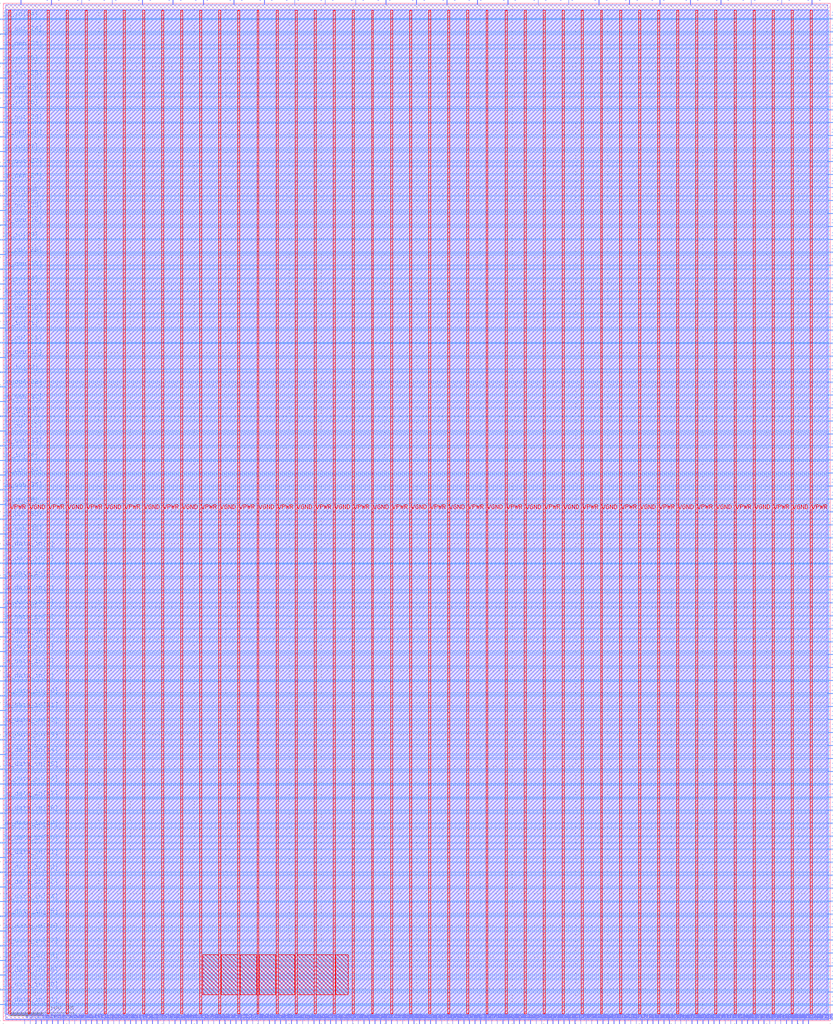
<source format=lef>
VERSION 5.7 ;
  NOWIREEXTENSIONATPIN ON ;
  DIVIDERCHAR "/" ;
  BUSBITCHARS "[]" ;
MACRO user_project_wrapper_mini4
  CLASS BLOCK ;
  FOREIGN user_project_wrapper_mini4 ;
  ORIGIN 0.000 0.000 ;
  SIZE 1300.000 BY 1600.000 ;
  PIN VGND
    DIRECTION INOUT ;
    USE GROUND ;
    PORT
      LAYER met4 ;
        RECT 38.970 10.640 42.070 1588.720 ;
    END
    PORT
      LAYER met4 ;
        RECT 98.970 10.640 102.070 1588.720 ;
    END
    PORT
      LAYER met4 ;
        RECT 158.970 10.640 162.070 1588.720 ;
    END
    PORT
      LAYER met4 ;
        RECT 218.970 10.640 222.070 1588.720 ;
    END
    PORT
      LAYER met4 ;
        RECT 278.970 10.640 282.070 1588.720 ;
    END
    PORT
      LAYER met4 ;
        RECT 338.970 10.640 342.070 1588.720 ;
    END
    PORT
      LAYER met4 ;
        RECT 398.970 10.640 402.070 1588.720 ;
    END
    PORT
      LAYER met4 ;
        RECT 458.970 10.640 462.070 1588.720 ;
    END
    PORT
      LAYER met4 ;
        RECT 518.970 10.640 522.070 1588.720 ;
    END
    PORT
      LAYER met4 ;
        RECT 578.970 10.640 582.070 1588.720 ;
    END
    PORT
      LAYER met4 ;
        RECT 638.970 10.640 642.070 1588.720 ;
    END
    PORT
      LAYER met4 ;
        RECT 698.970 10.640 702.070 1588.720 ;
    END
    PORT
      LAYER met4 ;
        RECT 758.970 10.640 762.070 1588.720 ;
    END
    PORT
      LAYER met4 ;
        RECT 818.970 10.640 822.070 1588.720 ;
    END
    PORT
      LAYER met4 ;
        RECT 878.970 10.640 882.070 1588.720 ;
    END
    PORT
      LAYER met4 ;
        RECT 938.970 10.640 942.070 1588.720 ;
    END
    PORT
      LAYER met4 ;
        RECT 998.970 10.640 1002.070 1588.720 ;
    END
    PORT
      LAYER met4 ;
        RECT 1058.970 10.640 1062.070 1588.720 ;
    END
    PORT
      LAYER met4 ;
        RECT 1118.970 10.640 1122.070 1588.720 ;
    END
    PORT
      LAYER met4 ;
        RECT 1178.970 10.640 1182.070 1588.720 ;
    END
    PORT
      LAYER met4 ;
        RECT 1238.970 10.640 1242.070 1588.720 ;
    END
  END VGND
  PIN VPWR
    DIRECTION INOUT ;
    USE POWER ;
    PORT
      LAYER met4 ;
        RECT 8.970 10.640 12.070 1588.720 ;
    END
    PORT
      LAYER met4 ;
        RECT 68.970 10.640 72.070 1588.720 ;
    END
    PORT
      LAYER met4 ;
        RECT 128.970 10.640 132.070 1588.720 ;
    END
    PORT
      LAYER met4 ;
        RECT 188.970 10.640 192.070 1588.720 ;
    END
    PORT
      LAYER met4 ;
        RECT 248.970 10.640 252.070 1588.720 ;
    END
    PORT
      LAYER met4 ;
        RECT 308.970 10.640 312.070 1588.720 ;
    END
    PORT
      LAYER met4 ;
        RECT 368.970 10.640 372.070 1588.720 ;
    END
    PORT
      LAYER met4 ;
        RECT 428.970 10.640 432.070 1588.720 ;
    END
    PORT
      LAYER met4 ;
        RECT 488.970 10.640 492.070 1588.720 ;
    END
    PORT
      LAYER met4 ;
        RECT 548.970 10.640 552.070 1588.720 ;
    END
    PORT
      LAYER met4 ;
        RECT 608.970 10.640 612.070 1588.720 ;
    END
    PORT
      LAYER met4 ;
        RECT 668.970 10.640 672.070 1588.720 ;
    END
    PORT
      LAYER met4 ;
        RECT 728.970 10.640 732.070 1588.720 ;
    END
    PORT
      LAYER met4 ;
        RECT 788.970 10.640 792.070 1588.720 ;
    END
    PORT
      LAYER met4 ;
        RECT 848.970 10.640 852.070 1588.720 ;
    END
    PORT
      LAYER met4 ;
        RECT 908.970 10.640 912.070 1588.720 ;
    END
    PORT
      LAYER met4 ;
        RECT 968.970 10.640 972.070 1588.720 ;
    END
    PORT
      LAYER met4 ;
        RECT 1028.970 10.640 1032.070 1588.720 ;
    END
    PORT
      LAYER met4 ;
        RECT 1088.970 10.640 1092.070 1588.720 ;
    END
    PORT
      LAYER met4 ;
        RECT 1148.970 10.640 1152.070 1588.720 ;
    END
    PORT
      LAYER met4 ;
        RECT 1208.970 10.640 1212.070 1588.720 ;
    END
    PORT
      LAYER met4 ;
        RECT 1268.970 10.640 1272.070 1588.720 ;
    END
  END VPWR
  PIN io_in[0]
    DIRECTION INPUT ;
    USE SIGNAL ;
    PORT
      LAYER met3 ;
        RECT 1297.600 677.020 1304.800 678.220 ;
    END
  END io_in[0]
  PIN io_in[10]
    DIRECTION INPUT ;
    USE SIGNAL ;
    PORT
      LAYER met3 ;
        RECT 1297.600 1289.020 1304.800 1290.220 ;
    END
  END io_in[10]
  PIN io_in[11]
    DIRECTION INPUT ;
    USE SIGNAL ;
    PORT
      LAYER met3 ;
        RECT 1297.600 1350.220 1304.800 1351.420 ;
    END
  END io_in[11]
  PIN io_in[12]
    DIRECTION INPUT ;
    USE SIGNAL ;
    PORT
      LAYER met3 ;
        RECT 1297.600 1411.420 1304.800 1412.620 ;
    END
  END io_in[12]
  PIN io_in[13]
    DIRECTION INPUT ;
    USE SIGNAL ;
    PORT
      LAYER met3 ;
        RECT 1297.600 1472.620 1304.800 1473.820 ;
    END
  END io_in[13]
  PIN io_in[14]
    DIRECTION INPUT ;
    USE SIGNAL ;
    PORT
      LAYER met3 ;
        RECT 1297.600 1533.820 1304.800 1535.020 ;
    END
  END io_in[14]
  PIN io_in[15]
    DIRECTION INPUT ;
    USE SIGNAL ;
    PORT
      LAYER met2 ;
        RECT 1271.390 1597.600 1271.950 1604.800 ;
    END
  END io_in[15]
  PIN io_in[16]
    DIRECTION INPUT ;
    USE SIGNAL ;
    PORT
      LAYER met2 ;
        RECT 1127.870 1597.600 1128.430 1604.800 ;
    END
  END io_in[16]
  PIN io_in[17]
    DIRECTION INPUT ;
    USE SIGNAL ;
    PORT
      LAYER met2 ;
        RECT 984.350 1597.600 984.910 1604.800 ;
    END
  END io_in[17]
  PIN io_in[18]
    DIRECTION INPUT ;
    USE SIGNAL ;
    PORT
      LAYER met2 ;
        RECT 840.830 1597.600 841.390 1604.800 ;
    END
  END io_in[18]
  PIN io_in[19]
    DIRECTION INPUT ;
    USE SIGNAL ;
    PORT
      LAYER met2 ;
        RECT 697.310 1597.600 697.870 1604.800 ;
    END
  END io_in[19]
  PIN io_in[1]
    DIRECTION INPUT ;
    USE SIGNAL ;
    PORT
      LAYER met3 ;
        RECT 1297.600 738.220 1304.800 739.420 ;
    END
  END io_in[1]
  PIN io_in[20]
    DIRECTION INPUT ;
    USE SIGNAL ;
    PORT
      LAYER met2 ;
        RECT 553.790 1597.600 554.350 1604.800 ;
    END
  END io_in[20]
  PIN io_in[21]
    DIRECTION INPUT ;
    USE SIGNAL ;
    PORT
      LAYER met2 ;
        RECT 410.270 1597.600 410.830 1604.800 ;
    END
  END io_in[21]
  PIN io_in[22]
    DIRECTION INPUT ;
    USE SIGNAL ;
    PORT
      LAYER met2 ;
        RECT 266.750 1597.600 267.310 1604.800 ;
    END
  END io_in[22]
  PIN io_in[23]
    DIRECTION INPUT ;
    USE SIGNAL ;
    PORT
      LAYER met2 ;
        RECT 123.230 1597.600 123.790 1604.800 ;
    END
  END io_in[23]
  PIN io_in[24]
    DIRECTION INPUT ;
    USE SIGNAL ;
    PORT
      LAYER met3 ;
        RECT -4.800 1573.940 2.400 1575.140 ;
    END
  END io_in[24]
  PIN io_in[25]
    DIRECTION INPUT ;
    USE SIGNAL ;
    PORT
      LAYER met3 ;
        RECT -4.800 1504.580 2.400 1505.780 ;
    END
  END io_in[25]
  PIN io_in[26]
    DIRECTION INPUT ;
    USE SIGNAL ;
    PORT
      LAYER met3 ;
        RECT -4.800 1435.220 2.400 1436.420 ;
    END
  END io_in[26]
  PIN io_in[27]
    DIRECTION INPUT ;
    USE SIGNAL ;
    PORT
      LAYER met3 ;
        RECT -4.800 1365.860 2.400 1367.060 ;
    END
  END io_in[27]
  PIN io_in[28]
    DIRECTION INPUT ;
    USE SIGNAL ;
    PORT
      LAYER met3 ;
        RECT -4.800 1296.500 2.400 1297.700 ;
    END
  END io_in[28]
  PIN io_in[29]
    DIRECTION INPUT ;
    USE SIGNAL ;
    PORT
      LAYER met3 ;
        RECT -4.800 1227.140 2.400 1228.340 ;
    END
  END io_in[29]
  PIN io_in[2]
    DIRECTION INPUT ;
    USE SIGNAL ;
    PORT
      LAYER met3 ;
        RECT 1297.600 799.420 1304.800 800.620 ;
    END
  END io_in[2]
  PIN io_in[30]
    DIRECTION INPUT ;
    USE SIGNAL ;
    PORT
      LAYER met3 ;
        RECT -4.800 1157.780 2.400 1158.980 ;
    END
  END io_in[30]
  PIN io_in[31]
    DIRECTION INPUT ;
    USE SIGNAL ;
    PORT
      LAYER met3 ;
        RECT -4.800 1088.420 2.400 1089.620 ;
    END
  END io_in[31]
  PIN io_in[32]
    DIRECTION INPUT ;
    USE SIGNAL ;
    PORT
      LAYER met3 ;
        RECT -4.800 1019.060 2.400 1020.260 ;
    END
  END io_in[32]
  PIN io_in[33]
    DIRECTION INPUT ;
    USE SIGNAL ;
    PORT
      LAYER met3 ;
        RECT -4.800 949.700 2.400 950.900 ;
    END
  END io_in[33]
  PIN io_in[34]
    DIRECTION INPUT ;
    USE SIGNAL ;
    PORT
      LAYER met3 ;
        RECT -4.800 880.340 2.400 881.540 ;
    END
  END io_in[34]
  PIN io_in[35]
    DIRECTION INPUT ;
    USE SIGNAL ;
    PORT
      LAYER met3 ;
        RECT -4.800 810.980 2.400 812.180 ;
    END
  END io_in[35]
  PIN io_in[3]
    DIRECTION INPUT ;
    USE SIGNAL ;
    PORT
      LAYER met3 ;
        RECT 1297.600 860.620 1304.800 861.820 ;
    END
  END io_in[3]
  PIN io_in[4]
    DIRECTION INPUT ;
    USE SIGNAL ;
    PORT
      LAYER met3 ;
        RECT 1297.600 921.820 1304.800 923.020 ;
    END
  END io_in[4]
  PIN io_in[5]
    DIRECTION INPUT ;
    USE SIGNAL ;
    PORT
      LAYER met3 ;
        RECT 1297.600 983.020 1304.800 984.220 ;
    END
  END io_in[5]
  PIN io_in[6]
    DIRECTION INPUT ;
    USE SIGNAL ;
    PORT
      LAYER met3 ;
        RECT 1297.600 1044.220 1304.800 1045.420 ;
    END
  END io_in[6]
  PIN io_in[7]
    DIRECTION INPUT ;
    USE SIGNAL ;
    PORT
      LAYER met3 ;
        RECT 1297.600 1105.420 1304.800 1106.620 ;
    END
  END io_in[7]
  PIN io_in[8]
    DIRECTION INPUT ;
    USE SIGNAL ;
    PORT
      LAYER met3 ;
        RECT 1297.600 1166.620 1304.800 1167.820 ;
    END
  END io_in[8]
  PIN io_in[9]
    DIRECTION INPUT ;
    USE SIGNAL ;
    PORT
      LAYER met3 ;
        RECT 1297.600 1227.820 1304.800 1229.020 ;
    END
  END io_in[9]
  PIN io_oeb[0]
    DIRECTION OUTPUT TRISTATE ;
    USE SIGNAL ;
    PORT
      LAYER met3 ;
        RECT 1297.600 717.820 1304.800 719.020 ;
    END
  END io_oeb[0]
  PIN io_oeb[10]
    DIRECTION OUTPUT TRISTATE ;
    USE SIGNAL ;
    ANTENNADIFFAREA 2.673000 ;
    PORT
      LAYER met3 ;
        RECT 1297.600 1329.820 1304.800 1331.020 ;
    END
  END io_oeb[10]
  PIN io_oeb[11]
    DIRECTION OUTPUT TRISTATE ;
    USE SIGNAL ;
    ANTENNADIFFAREA 2.673000 ;
    PORT
      LAYER met3 ;
        RECT 1297.600 1391.020 1304.800 1392.220 ;
    END
  END io_oeb[11]
  PIN io_oeb[12]
    DIRECTION OUTPUT TRISTATE ;
    USE SIGNAL ;
    ANTENNADIFFAREA 2.673000 ;
    PORT
      LAYER met3 ;
        RECT 1297.600 1452.220 1304.800 1453.420 ;
    END
  END io_oeb[12]
  PIN io_oeb[13]
    DIRECTION OUTPUT TRISTATE ;
    USE SIGNAL ;
    ANTENNADIFFAREA 2.673000 ;
    PORT
      LAYER met3 ;
        RECT 1297.600 1513.420 1304.800 1514.620 ;
    END
  END io_oeb[13]
  PIN io_oeb[14]
    DIRECTION OUTPUT TRISTATE ;
    USE SIGNAL ;
    ANTENNADIFFAREA 2.673000 ;
    PORT
      LAYER met3 ;
        RECT 1297.600 1574.620 1304.800 1575.820 ;
    END
  END io_oeb[14]
  PIN io_oeb[15]
    DIRECTION OUTPUT TRISTATE ;
    USE SIGNAL ;
    ANTENNADIFFAREA 2.673000 ;
    PORT
      LAYER met2 ;
        RECT 1175.710 1597.600 1176.270 1604.800 ;
    END
  END io_oeb[15]
  PIN io_oeb[16]
    DIRECTION OUTPUT TRISTATE ;
    USE SIGNAL ;
    ANTENNADIFFAREA 2.673000 ;
    PORT
      LAYER met2 ;
        RECT 1032.190 1597.600 1032.750 1604.800 ;
    END
  END io_oeb[16]
  PIN io_oeb[17]
    DIRECTION OUTPUT TRISTATE ;
    USE SIGNAL ;
    ANTENNADIFFAREA 2.673000 ;
    PORT
      LAYER met2 ;
        RECT 888.670 1597.600 889.230 1604.800 ;
    END
  END io_oeb[17]
  PIN io_oeb[18]
    DIRECTION OUTPUT TRISTATE ;
    USE SIGNAL ;
    ANTENNADIFFAREA 2.673000 ;
    PORT
      LAYER met2 ;
        RECT 745.150 1597.600 745.710 1604.800 ;
    END
  END io_oeb[18]
  PIN io_oeb[19]
    DIRECTION OUTPUT TRISTATE ;
    USE SIGNAL ;
    ANTENNADIFFAREA 2.673000 ;
    PORT
      LAYER met2 ;
        RECT 601.630 1597.600 602.190 1604.800 ;
    END
  END io_oeb[19]
  PIN io_oeb[1]
    DIRECTION OUTPUT TRISTATE ;
    USE SIGNAL ;
    PORT
      LAYER met3 ;
        RECT 1297.600 779.020 1304.800 780.220 ;
    END
  END io_oeb[1]
  PIN io_oeb[20]
    DIRECTION OUTPUT TRISTATE ;
    USE SIGNAL ;
    ANTENNADIFFAREA 2.673000 ;
    PORT
      LAYER met2 ;
        RECT 458.110 1597.600 458.670 1604.800 ;
    END
  END io_oeb[20]
  PIN io_oeb[21]
    DIRECTION OUTPUT TRISTATE ;
    USE SIGNAL ;
    ANTENNADIFFAREA 2.673000 ;
    PORT
      LAYER met2 ;
        RECT 314.590 1597.600 315.150 1604.800 ;
    END
  END io_oeb[21]
  PIN io_oeb[22]
    DIRECTION OUTPUT TRISTATE ;
    USE SIGNAL ;
    ANTENNADIFFAREA 2.673000 ;
    PORT
      LAYER met2 ;
        RECT 171.070 1597.600 171.630 1604.800 ;
    END
  END io_oeb[22]
  PIN io_oeb[23]
    DIRECTION OUTPUT TRISTATE ;
    USE SIGNAL ;
    ANTENNADIFFAREA 2.673000 ;
    PORT
      LAYER met2 ;
        RECT 27.550 1597.600 28.110 1604.800 ;
    END
  END io_oeb[23]
  PIN io_oeb[24]
    DIRECTION OUTPUT TRISTATE ;
    USE SIGNAL ;
    ANTENNADIFFAREA 2.673000 ;
    PORT
      LAYER met3 ;
        RECT -4.800 1527.700 2.400 1528.900 ;
    END
  END io_oeb[24]
  PIN io_oeb[25]
    DIRECTION OUTPUT TRISTATE ;
    USE SIGNAL ;
    ANTENNADIFFAREA 2.673000 ;
    PORT
      LAYER met3 ;
        RECT -4.800 1458.340 2.400 1459.540 ;
    END
  END io_oeb[25]
  PIN io_oeb[26]
    DIRECTION OUTPUT TRISTATE ;
    USE SIGNAL ;
    ANTENNADIFFAREA 2.673000 ;
    PORT
      LAYER met3 ;
        RECT -4.800 1388.980 2.400 1390.180 ;
    END
  END io_oeb[26]
  PIN io_oeb[27]
    DIRECTION OUTPUT TRISTATE ;
    USE SIGNAL ;
    ANTENNADIFFAREA 2.673000 ;
    PORT
      LAYER met3 ;
        RECT -4.800 1319.620 2.400 1320.820 ;
    END
  END io_oeb[27]
  PIN io_oeb[28]
    DIRECTION OUTPUT TRISTATE ;
    USE SIGNAL ;
    ANTENNADIFFAREA 2.673000 ;
    PORT
      LAYER met3 ;
        RECT -4.800 1250.260 2.400 1251.460 ;
    END
  END io_oeb[28]
  PIN io_oeb[29]
    DIRECTION OUTPUT TRISTATE ;
    USE SIGNAL ;
    ANTENNADIFFAREA 2.673000 ;
    PORT
      LAYER met3 ;
        RECT -4.800 1180.900 2.400 1182.100 ;
    END
  END io_oeb[29]
  PIN io_oeb[2]
    DIRECTION OUTPUT TRISTATE ;
    USE SIGNAL ;
    PORT
      LAYER met3 ;
        RECT 1297.600 840.220 1304.800 841.420 ;
    END
  END io_oeb[2]
  PIN io_oeb[30]
    DIRECTION OUTPUT TRISTATE ;
    USE SIGNAL ;
    ANTENNADIFFAREA 2.673000 ;
    PORT
      LAYER met3 ;
        RECT -4.800 1111.540 2.400 1112.740 ;
    END
  END io_oeb[30]
  PIN io_oeb[31]
    DIRECTION OUTPUT TRISTATE ;
    USE SIGNAL ;
    ANTENNADIFFAREA 2.673000 ;
    PORT
      LAYER met3 ;
        RECT -4.800 1042.180 2.400 1043.380 ;
    END
  END io_oeb[31]
  PIN io_oeb[32]
    DIRECTION OUTPUT TRISTATE ;
    USE SIGNAL ;
    ANTENNADIFFAREA 2.673000 ;
    PORT
      LAYER met3 ;
        RECT -4.800 972.820 2.400 974.020 ;
    END
  END io_oeb[32]
  PIN io_oeb[33]
    DIRECTION OUTPUT TRISTATE ;
    USE SIGNAL ;
    ANTENNADIFFAREA 2.673000 ;
    PORT
      LAYER met3 ;
        RECT -4.800 903.460 2.400 904.660 ;
    END
  END io_oeb[33]
  PIN io_oeb[34]
    DIRECTION OUTPUT TRISTATE ;
    USE SIGNAL ;
    ANTENNADIFFAREA 2.673000 ;
    PORT
      LAYER met3 ;
        RECT -4.800 834.100 2.400 835.300 ;
    END
  END io_oeb[34]
  PIN io_oeb[35]
    DIRECTION OUTPUT TRISTATE ;
    USE SIGNAL ;
    ANTENNADIFFAREA 2.673000 ;
    PORT
      LAYER met3 ;
        RECT -4.800 764.740 2.400 765.940 ;
    END
  END io_oeb[35]
  PIN io_oeb[3]
    DIRECTION OUTPUT TRISTATE ;
    USE SIGNAL ;
    PORT
      LAYER met3 ;
        RECT 1297.600 901.420 1304.800 902.620 ;
    END
  END io_oeb[3]
  PIN io_oeb[4]
    DIRECTION OUTPUT TRISTATE ;
    USE SIGNAL ;
    PORT
      LAYER met3 ;
        RECT 1297.600 962.620 1304.800 963.820 ;
    END
  END io_oeb[4]
  PIN io_oeb[5]
    DIRECTION OUTPUT TRISTATE ;
    USE SIGNAL ;
    PORT
      LAYER met3 ;
        RECT 1297.600 1023.820 1304.800 1025.020 ;
    END
  END io_oeb[5]
  PIN io_oeb[6]
    DIRECTION OUTPUT TRISTATE ;
    USE SIGNAL ;
    ANTENNADIFFAREA 2.673000 ;
    PORT
      LAYER met3 ;
        RECT 1297.600 1085.020 1304.800 1086.220 ;
    END
  END io_oeb[6]
  PIN io_oeb[7]
    DIRECTION OUTPUT TRISTATE ;
    USE SIGNAL ;
    ANTENNADIFFAREA 2.673000 ;
    PORT
      LAYER met3 ;
        RECT 1297.600 1146.220 1304.800 1147.420 ;
    END
  END io_oeb[7]
  PIN io_oeb[8]
    DIRECTION OUTPUT TRISTATE ;
    USE SIGNAL ;
    ANTENNADIFFAREA 2.673000 ;
    PORT
      LAYER met3 ;
        RECT 1297.600 1207.420 1304.800 1208.620 ;
    END
  END io_oeb[8]
  PIN io_oeb[9]
    DIRECTION OUTPUT TRISTATE ;
    USE SIGNAL ;
    ANTENNADIFFAREA 2.673000 ;
    PORT
      LAYER met3 ;
        RECT 1297.600 1268.620 1304.800 1269.820 ;
    END
  END io_oeb[9]
  PIN io_out[0]
    DIRECTION OUTPUT TRISTATE ;
    USE SIGNAL ;
    PORT
      LAYER met3 ;
        RECT 1297.600 697.420 1304.800 698.620 ;
    END
  END io_out[0]
  PIN io_out[10]
    DIRECTION OUTPUT TRISTATE ;
    USE SIGNAL ;
    ANTENNADIFFAREA 2.673000 ;
    PORT
      LAYER met3 ;
        RECT 1297.600 1309.420 1304.800 1310.620 ;
    END
  END io_out[10]
  PIN io_out[11]
    DIRECTION OUTPUT TRISTATE ;
    USE SIGNAL ;
    ANTENNADIFFAREA 2.673000 ;
    PORT
      LAYER met3 ;
        RECT 1297.600 1370.620 1304.800 1371.820 ;
    END
  END io_out[11]
  PIN io_out[12]
    DIRECTION OUTPUT TRISTATE ;
    USE SIGNAL ;
    ANTENNADIFFAREA 2.673000 ;
    PORT
      LAYER met3 ;
        RECT 1297.600 1431.820 1304.800 1433.020 ;
    END
  END io_out[12]
  PIN io_out[13]
    DIRECTION OUTPUT TRISTATE ;
    USE SIGNAL ;
    ANTENNADIFFAREA 2.673000 ;
    PORT
      LAYER met3 ;
        RECT 1297.600 1493.020 1304.800 1494.220 ;
    END
  END io_out[13]
  PIN io_out[14]
    DIRECTION OUTPUT TRISTATE ;
    USE SIGNAL ;
    ANTENNADIFFAREA 2.673000 ;
    PORT
      LAYER met3 ;
        RECT 1297.600 1554.220 1304.800 1555.420 ;
    END
  END io_out[14]
  PIN io_out[15]
    DIRECTION OUTPUT TRISTATE ;
    USE SIGNAL ;
    ANTENNADIFFAREA 2.673000 ;
    PORT
      LAYER met2 ;
        RECT 1223.550 1597.600 1224.110 1604.800 ;
    END
  END io_out[15]
  PIN io_out[16]
    DIRECTION OUTPUT TRISTATE ;
    USE SIGNAL ;
    ANTENNADIFFAREA 2.673000 ;
    PORT
      LAYER met2 ;
        RECT 1080.030 1597.600 1080.590 1604.800 ;
    END
  END io_out[16]
  PIN io_out[17]
    DIRECTION OUTPUT TRISTATE ;
    USE SIGNAL ;
    ANTENNADIFFAREA 2.673000 ;
    PORT
      LAYER met2 ;
        RECT 936.510 1597.600 937.070 1604.800 ;
    END
  END io_out[17]
  PIN io_out[18]
    DIRECTION OUTPUT TRISTATE ;
    USE SIGNAL ;
    ANTENNADIFFAREA 2.673000 ;
    PORT
      LAYER met2 ;
        RECT 792.990 1597.600 793.550 1604.800 ;
    END
  END io_out[18]
  PIN io_out[19]
    DIRECTION OUTPUT TRISTATE ;
    USE SIGNAL ;
    ANTENNADIFFAREA 2.673000 ;
    PORT
      LAYER met2 ;
        RECT 649.470 1597.600 650.030 1604.800 ;
    END
  END io_out[19]
  PIN io_out[1]
    DIRECTION OUTPUT TRISTATE ;
    USE SIGNAL ;
    PORT
      LAYER met3 ;
        RECT 1297.600 758.620 1304.800 759.820 ;
    END
  END io_out[1]
  PIN io_out[20]
    DIRECTION OUTPUT TRISTATE ;
    USE SIGNAL ;
    ANTENNADIFFAREA 2.673000 ;
    PORT
      LAYER met2 ;
        RECT 505.950 1597.600 506.510 1604.800 ;
    END
  END io_out[20]
  PIN io_out[21]
    DIRECTION OUTPUT TRISTATE ;
    USE SIGNAL ;
    ANTENNADIFFAREA 2.673000 ;
    PORT
      LAYER met2 ;
        RECT 362.430 1597.600 362.990 1604.800 ;
    END
  END io_out[21]
  PIN io_out[22]
    DIRECTION OUTPUT TRISTATE ;
    USE SIGNAL ;
    ANTENNADIFFAREA 2.673000 ;
    PORT
      LAYER met2 ;
        RECT 218.910 1597.600 219.470 1604.800 ;
    END
  END io_out[22]
  PIN io_out[23]
    DIRECTION OUTPUT TRISTATE ;
    USE SIGNAL ;
    ANTENNADIFFAREA 2.673000 ;
    PORT
      LAYER met2 ;
        RECT 75.390 1597.600 75.950 1604.800 ;
    END
  END io_out[23]
  PIN io_out[24]
    DIRECTION OUTPUT TRISTATE ;
    USE SIGNAL ;
    ANTENNADIFFAREA 2.673000 ;
    PORT
      LAYER met3 ;
        RECT -4.800 1550.820 2.400 1552.020 ;
    END
  END io_out[24]
  PIN io_out[25]
    DIRECTION OUTPUT TRISTATE ;
    USE SIGNAL ;
    ANTENNADIFFAREA 2.673000 ;
    PORT
      LAYER met3 ;
        RECT -4.800 1481.460 2.400 1482.660 ;
    END
  END io_out[25]
  PIN io_out[26]
    DIRECTION OUTPUT TRISTATE ;
    USE SIGNAL ;
    ANTENNADIFFAREA 2.673000 ;
    PORT
      LAYER met3 ;
        RECT -4.800 1412.100 2.400 1413.300 ;
    END
  END io_out[26]
  PIN io_out[27]
    DIRECTION OUTPUT TRISTATE ;
    USE SIGNAL ;
    ANTENNADIFFAREA 2.673000 ;
    PORT
      LAYER met3 ;
        RECT -4.800 1342.740 2.400 1343.940 ;
    END
  END io_out[27]
  PIN io_out[28]
    DIRECTION OUTPUT TRISTATE ;
    USE SIGNAL ;
    ANTENNADIFFAREA 2.673000 ;
    PORT
      LAYER met3 ;
        RECT -4.800 1273.380 2.400 1274.580 ;
    END
  END io_out[28]
  PIN io_out[29]
    DIRECTION OUTPUT TRISTATE ;
    USE SIGNAL ;
    ANTENNADIFFAREA 2.673000 ;
    PORT
      LAYER met3 ;
        RECT -4.800 1204.020 2.400 1205.220 ;
    END
  END io_out[29]
  PIN io_out[2]
    DIRECTION OUTPUT TRISTATE ;
    USE SIGNAL ;
    PORT
      LAYER met3 ;
        RECT 1297.600 819.820 1304.800 821.020 ;
    END
  END io_out[2]
  PIN io_out[30]
    DIRECTION OUTPUT TRISTATE ;
    USE SIGNAL ;
    ANTENNADIFFAREA 2.673000 ;
    PORT
      LAYER met3 ;
        RECT -4.800 1134.660 2.400 1135.860 ;
    END
  END io_out[30]
  PIN io_out[31]
    DIRECTION OUTPUT TRISTATE ;
    USE SIGNAL ;
    ANTENNADIFFAREA 2.673000 ;
    PORT
      LAYER met3 ;
        RECT -4.800 1065.300 2.400 1066.500 ;
    END
  END io_out[31]
  PIN io_out[32]
    DIRECTION OUTPUT TRISTATE ;
    USE SIGNAL ;
    ANTENNADIFFAREA 2.673000 ;
    PORT
      LAYER met3 ;
        RECT -4.800 995.940 2.400 997.140 ;
    END
  END io_out[32]
  PIN io_out[33]
    DIRECTION OUTPUT TRISTATE ;
    USE SIGNAL ;
    ANTENNADIFFAREA 2.673000 ;
    PORT
      LAYER met3 ;
        RECT -4.800 926.580 2.400 927.780 ;
    END
  END io_out[33]
  PIN io_out[34]
    DIRECTION OUTPUT TRISTATE ;
    USE SIGNAL ;
    ANTENNADIFFAREA 2.673000 ;
    PORT
      LAYER met3 ;
        RECT -4.800 857.220 2.400 858.420 ;
    END
  END io_out[34]
  PIN io_out[35]
    DIRECTION OUTPUT TRISTATE ;
    USE SIGNAL ;
    ANTENNADIFFAREA 2.673000 ;
    PORT
      LAYER met3 ;
        RECT -4.800 787.860 2.400 789.060 ;
    END
  END io_out[35]
  PIN io_out[3]
    DIRECTION OUTPUT TRISTATE ;
    USE SIGNAL ;
    PORT
      LAYER met3 ;
        RECT 1297.600 881.020 1304.800 882.220 ;
    END
  END io_out[3]
  PIN io_out[4]
    DIRECTION OUTPUT TRISTATE ;
    USE SIGNAL ;
    PORT
      LAYER met3 ;
        RECT 1297.600 942.220 1304.800 943.420 ;
    END
  END io_out[4]
  PIN io_out[5]
    DIRECTION OUTPUT TRISTATE ;
    USE SIGNAL ;
    PORT
      LAYER met3 ;
        RECT 1297.600 1003.420 1304.800 1004.620 ;
    END
  END io_out[5]
  PIN io_out[6]
    DIRECTION OUTPUT TRISTATE ;
    USE SIGNAL ;
    ANTENNADIFFAREA 2.673000 ;
    PORT
      LAYER met3 ;
        RECT 1297.600 1064.620 1304.800 1065.820 ;
    END
  END io_out[6]
  PIN io_out[7]
    DIRECTION OUTPUT TRISTATE ;
    USE SIGNAL ;
    ANTENNADIFFAREA 2.673000 ;
    PORT
      LAYER met3 ;
        RECT 1297.600 1125.820 1304.800 1127.020 ;
    END
  END io_out[7]
  PIN io_out[8]
    DIRECTION OUTPUT TRISTATE ;
    USE SIGNAL ;
    ANTENNADIFFAREA 2.673000 ;
    PORT
      LAYER met3 ;
        RECT 1297.600 1187.020 1304.800 1188.220 ;
    END
  END io_out[8]
  PIN io_out[9]
    DIRECTION OUTPUT TRISTATE ;
    USE SIGNAL ;
    ANTENNADIFFAREA 2.673000 ;
    PORT
      LAYER met3 ;
        RECT 1297.600 1248.220 1304.800 1249.420 ;
    END
  END io_out[9]
  PIN la_data_in[0]
    DIRECTION INPUT ;
    USE SIGNAL ;
    ANTENNAGATEAREA 0.495000 ;
    PORT
      LAYER met3 ;
        RECT -4.800 741.620 2.400 742.820 ;
    END
  END la_data_in[0]
  PIN la_data_in[10]
    DIRECTION INPUT ;
    USE SIGNAL ;
    ANTENNAGATEAREA 0.126000 ;
    PORT
      LAYER met3 ;
        RECT -4.800 510.420 2.400 511.620 ;
    END
  END la_data_in[10]
  PIN la_data_in[11]
    DIRECTION INPUT ;
    USE SIGNAL ;
    ANTENNAGATEAREA 0.126000 ;
    PORT
      LAYER met3 ;
        RECT -4.800 487.300 2.400 488.500 ;
    END
  END la_data_in[11]
  PIN la_data_in[12]
    DIRECTION INPUT ;
    USE SIGNAL ;
    ANTENNAGATEAREA 0.126000 ;
    PORT
      LAYER met3 ;
        RECT -4.800 464.180 2.400 465.380 ;
    END
  END la_data_in[12]
  PIN la_data_in[13]
    DIRECTION INPUT ;
    USE SIGNAL ;
    ANTENNAGATEAREA 0.126000 ;
    PORT
      LAYER met3 ;
        RECT -4.800 441.060 2.400 442.260 ;
    END
  END la_data_in[13]
  PIN la_data_in[14]
    DIRECTION INPUT ;
    USE SIGNAL ;
    ANTENNAGATEAREA 0.126000 ;
    PORT
      LAYER met3 ;
        RECT -4.800 417.940 2.400 419.140 ;
    END
  END la_data_in[14]
  PIN la_data_in[15]
    DIRECTION INPUT ;
    USE SIGNAL ;
    ANTENNAGATEAREA 0.126000 ;
    PORT
      LAYER met3 ;
        RECT -4.800 394.820 2.400 396.020 ;
    END
  END la_data_in[15]
  PIN la_data_in[16]
    DIRECTION INPUT ;
    USE SIGNAL ;
    ANTENNAGATEAREA 0.126000 ;
    PORT
      LAYER met3 ;
        RECT -4.800 371.700 2.400 372.900 ;
    END
  END la_data_in[16]
  PIN la_data_in[17]
    DIRECTION INPUT ;
    USE SIGNAL ;
    ANTENNAGATEAREA 0.126000 ;
    PORT
      LAYER met3 ;
        RECT -4.800 348.580 2.400 349.780 ;
    END
  END la_data_in[17]
  PIN la_data_in[18]
    DIRECTION INPUT ;
    USE SIGNAL ;
    ANTENNAGATEAREA 0.126000 ;
    PORT
      LAYER met3 ;
        RECT -4.800 325.460 2.400 326.660 ;
    END
  END la_data_in[18]
  PIN la_data_in[19]
    DIRECTION INPUT ;
    USE SIGNAL ;
    ANTENNAGATEAREA 0.126000 ;
    PORT
      LAYER met3 ;
        RECT -4.800 302.340 2.400 303.540 ;
    END
  END la_data_in[19]
  PIN la_data_in[1]
    DIRECTION INPUT ;
    USE SIGNAL ;
    ANTENNAGATEAREA 0.126000 ;
    PORT
      LAYER met3 ;
        RECT -4.800 718.500 2.400 719.700 ;
    END
  END la_data_in[1]
  PIN la_data_in[20]
    DIRECTION INPUT ;
    USE SIGNAL ;
    ANTENNAGATEAREA 0.126000 ;
    PORT
      LAYER met3 ;
        RECT -4.800 279.220 2.400 280.420 ;
    END
  END la_data_in[20]
  PIN la_data_in[21]
    DIRECTION INPUT ;
    USE SIGNAL ;
    ANTENNAGATEAREA 0.126000 ;
    PORT
      LAYER met3 ;
        RECT -4.800 256.100 2.400 257.300 ;
    END
  END la_data_in[21]
  PIN la_data_in[22]
    DIRECTION INPUT ;
    USE SIGNAL ;
    ANTENNAGATEAREA 0.126000 ;
    PORT
      LAYER met3 ;
        RECT -4.800 232.980 2.400 234.180 ;
    END
  END la_data_in[22]
  PIN la_data_in[23]
    DIRECTION INPUT ;
    USE SIGNAL ;
    ANTENNAGATEAREA 0.126000 ;
    PORT
      LAYER met3 ;
        RECT -4.800 209.860 2.400 211.060 ;
    END
  END la_data_in[23]
  PIN la_data_in[24]
    DIRECTION INPUT ;
    USE SIGNAL ;
    ANTENNAGATEAREA 0.126000 ;
    PORT
      LAYER met3 ;
        RECT -4.800 186.740 2.400 187.940 ;
    END
  END la_data_in[24]
  PIN la_data_in[25]
    DIRECTION INPUT ;
    USE SIGNAL ;
    ANTENNAGATEAREA 0.126000 ;
    PORT
      LAYER met3 ;
        RECT -4.800 163.620 2.400 164.820 ;
    END
  END la_data_in[25]
  PIN la_data_in[26]
    DIRECTION INPUT ;
    USE SIGNAL ;
    ANTENNAGATEAREA 0.126000 ;
    PORT
      LAYER met3 ;
        RECT -4.800 140.500 2.400 141.700 ;
    END
  END la_data_in[26]
  PIN la_data_in[27]
    DIRECTION INPUT ;
    USE SIGNAL ;
    ANTENNAGATEAREA 0.126000 ;
    PORT
      LAYER met3 ;
        RECT -4.800 117.380 2.400 118.580 ;
    END
  END la_data_in[27]
  PIN la_data_in[28]
    DIRECTION INPUT ;
    USE SIGNAL ;
    ANTENNAGATEAREA 0.126000 ;
    PORT
      LAYER met3 ;
        RECT -4.800 94.260 2.400 95.460 ;
    END
  END la_data_in[28]
  PIN la_data_in[29]
    DIRECTION INPUT ;
    USE SIGNAL ;
    ANTENNAGATEAREA 0.126000 ;
    PORT
      LAYER met3 ;
        RECT -4.800 71.140 2.400 72.340 ;
    END
  END la_data_in[29]
  PIN la_data_in[2]
    DIRECTION INPUT ;
    USE SIGNAL ;
    ANTENNAGATEAREA 0.126000 ;
    PORT
      LAYER met3 ;
        RECT -4.800 695.380 2.400 696.580 ;
    END
  END la_data_in[2]
  PIN la_data_in[30]
    DIRECTION INPUT ;
    USE SIGNAL ;
    ANTENNAGATEAREA 0.196500 ;
    PORT
      LAYER met3 ;
        RECT -4.800 48.020 2.400 49.220 ;
    END
  END la_data_in[30]
  PIN la_data_in[31]
    DIRECTION INPUT ;
    USE SIGNAL ;
    ANTENNAGATEAREA 0.126000 ;
    PORT
      LAYER met3 ;
        RECT -4.800 24.900 2.400 26.100 ;
    END
  END la_data_in[31]
  PIN la_data_in[3]
    DIRECTION INPUT ;
    USE SIGNAL ;
    ANTENNAGATEAREA 0.126000 ;
    PORT
      LAYER met3 ;
        RECT -4.800 672.260 2.400 673.460 ;
    END
  END la_data_in[3]
  PIN la_data_in[4]
    DIRECTION INPUT ;
    USE SIGNAL ;
    ANTENNAGATEAREA 0.126000 ;
    PORT
      LAYER met3 ;
        RECT -4.800 649.140 2.400 650.340 ;
    END
  END la_data_in[4]
  PIN la_data_in[5]
    DIRECTION INPUT ;
    USE SIGNAL ;
    ANTENNAGATEAREA 0.126000 ;
    PORT
      LAYER met3 ;
        RECT -4.800 626.020 2.400 627.220 ;
    END
  END la_data_in[5]
  PIN la_data_in[6]
    DIRECTION INPUT ;
    USE SIGNAL ;
    ANTENNAGATEAREA 0.126000 ;
    PORT
      LAYER met3 ;
        RECT -4.800 602.900 2.400 604.100 ;
    END
  END la_data_in[6]
  PIN la_data_in[7]
    DIRECTION INPUT ;
    USE SIGNAL ;
    ANTENNAGATEAREA 0.126000 ;
    PORT
      LAYER met3 ;
        RECT -4.800 579.780 2.400 580.980 ;
    END
  END la_data_in[7]
  PIN la_data_in[8]
    DIRECTION INPUT ;
    USE SIGNAL ;
    ANTENNAGATEAREA 0.426000 ;
    PORT
      LAYER met3 ;
        RECT -4.800 556.660 2.400 557.860 ;
    END
  END la_data_in[8]
  PIN la_data_in[9]
    DIRECTION INPUT ;
    USE SIGNAL ;
    ANTENNAGATEAREA 0.126000 ;
    PORT
      LAYER met3 ;
        RECT -4.800 533.540 2.400 534.740 ;
    END
  END la_data_in[9]
  PIN la_data_out[0]
    DIRECTION OUTPUT TRISTATE ;
    USE SIGNAL ;
    PORT
      LAYER met2 ;
        RECT 959.970 -4.800 960.530 2.400 ;
    END
  END la_data_out[0]
  PIN la_data_out[10]
    DIRECTION OUTPUT TRISTATE ;
    USE SIGNAL ;
    PORT
      LAYER met2 ;
        RECT 1047.370 -4.800 1047.930 2.400 ;
    END
  END la_data_out[10]
  PIN la_data_out[11]
    DIRECTION OUTPUT TRISTATE ;
    USE SIGNAL ;
    PORT
      LAYER met2 ;
        RECT 1056.110 -4.800 1056.670 2.400 ;
    END
  END la_data_out[11]
  PIN la_data_out[12]
    DIRECTION OUTPUT TRISTATE ;
    USE SIGNAL ;
    PORT
      LAYER met2 ;
        RECT 1064.850 -4.800 1065.410 2.400 ;
    END
  END la_data_out[12]
  PIN la_data_out[13]
    DIRECTION OUTPUT TRISTATE ;
    USE SIGNAL ;
    PORT
      LAYER met2 ;
        RECT 1073.590 -4.800 1074.150 2.400 ;
    END
  END la_data_out[13]
  PIN la_data_out[14]
    DIRECTION OUTPUT TRISTATE ;
    USE SIGNAL ;
    PORT
      LAYER met2 ;
        RECT 1082.330 -4.800 1082.890 2.400 ;
    END
  END la_data_out[14]
  PIN la_data_out[15]
    DIRECTION OUTPUT TRISTATE ;
    USE SIGNAL ;
    PORT
      LAYER met2 ;
        RECT 1091.070 -4.800 1091.630 2.400 ;
    END
  END la_data_out[15]
  PIN la_data_out[16]
    DIRECTION OUTPUT TRISTATE ;
    USE SIGNAL ;
    PORT
      LAYER met2 ;
        RECT 1099.810 -4.800 1100.370 2.400 ;
    END
  END la_data_out[16]
  PIN la_data_out[17]
    DIRECTION OUTPUT TRISTATE ;
    USE SIGNAL ;
    PORT
      LAYER met2 ;
        RECT 1108.550 -4.800 1109.110 2.400 ;
    END
  END la_data_out[17]
  PIN la_data_out[18]
    DIRECTION OUTPUT TRISTATE ;
    USE SIGNAL ;
    PORT
      LAYER met2 ;
        RECT 1117.290 -4.800 1117.850 2.400 ;
    END
  END la_data_out[18]
  PIN la_data_out[19]
    DIRECTION OUTPUT TRISTATE ;
    USE SIGNAL ;
    PORT
      LAYER met2 ;
        RECT 1126.030 -4.800 1126.590 2.400 ;
    END
  END la_data_out[19]
  PIN la_data_out[1]
    DIRECTION OUTPUT TRISTATE ;
    USE SIGNAL ;
    PORT
      LAYER met2 ;
        RECT 968.710 -4.800 969.270 2.400 ;
    END
  END la_data_out[1]
  PIN la_data_out[20]
    DIRECTION OUTPUT TRISTATE ;
    USE SIGNAL ;
    PORT
      LAYER met2 ;
        RECT 1134.770 -4.800 1135.330 2.400 ;
    END
  END la_data_out[20]
  PIN la_data_out[21]
    DIRECTION OUTPUT TRISTATE ;
    USE SIGNAL ;
    PORT
      LAYER met2 ;
        RECT 1143.510 -4.800 1144.070 2.400 ;
    END
  END la_data_out[21]
  PIN la_data_out[22]
    DIRECTION OUTPUT TRISTATE ;
    USE SIGNAL ;
    PORT
      LAYER met2 ;
        RECT 1152.250 -4.800 1152.810 2.400 ;
    END
  END la_data_out[22]
  PIN la_data_out[23]
    DIRECTION OUTPUT TRISTATE ;
    USE SIGNAL ;
    PORT
      LAYER met2 ;
        RECT 1160.990 -4.800 1161.550 2.400 ;
    END
  END la_data_out[23]
  PIN la_data_out[24]
    DIRECTION OUTPUT TRISTATE ;
    USE SIGNAL ;
    PORT
      LAYER met2 ;
        RECT 1169.730 -4.800 1170.290 2.400 ;
    END
  END la_data_out[24]
  PIN la_data_out[25]
    DIRECTION OUTPUT TRISTATE ;
    USE SIGNAL ;
    PORT
      LAYER met2 ;
        RECT 1178.470 -4.800 1179.030 2.400 ;
    END
  END la_data_out[25]
  PIN la_data_out[26]
    DIRECTION OUTPUT TRISTATE ;
    USE SIGNAL ;
    PORT
      LAYER met2 ;
        RECT 1187.210 -4.800 1187.770 2.400 ;
    END
  END la_data_out[26]
  PIN la_data_out[27]
    DIRECTION OUTPUT TRISTATE ;
    USE SIGNAL ;
    PORT
      LAYER met2 ;
        RECT 1195.950 -4.800 1196.510 2.400 ;
    END
  END la_data_out[27]
  PIN la_data_out[28]
    DIRECTION OUTPUT TRISTATE ;
    USE SIGNAL ;
    PORT
      LAYER met2 ;
        RECT 1204.690 -4.800 1205.250 2.400 ;
    END
  END la_data_out[28]
  PIN la_data_out[29]
    DIRECTION OUTPUT TRISTATE ;
    USE SIGNAL ;
    PORT
      LAYER met2 ;
        RECT 1213.430 -4.800 1213.990 2.400 ;
    END
  END la_data_out[29]
  PIN la_data_out[2]
    DIRECTION OUTPUT TRISTATE ;
    USE SIGNAL ;
    PORT
      LAYER met2 ;
        RECT 977.450 -4.800 978.010 2.400 ;
    END
  END la_data_out[2]
  PIN la_data_out[30]
    DIRECTION OUTPUT TRISTATE ;
    USE SIGNAL ;
    PORT
      LAYER met2 ;
        RECT 1222.170 -4.800 1222.730 2.400 ;
    END
  END la_data_out[30]
  PIN la_data_out[31]
    DIRECTION OUTPUT TRISTATE ;
    USE SIGNAL ;
    PORT
      LAYER met2 ;
        RECT 1230.910 -4.800 1231.470 2.400 ;
    END
  END la_data_out[31]
  PIN la_data_out[3]
    DIRECTION OUTPUT TRISTATE ;
    USE SIGNAL ;
    PORT
      LAYER met2 ;
        RECT 986.190 -4.800 986.750 2.400 ;
    END
  END la_data_out[3]
  PIN la_data_out[4]
    DIRECTION OUTPUT TRISTATE ;
    USE SIGNAL ;
    PORT
      LAYER met2 ;
        RECT 994.930 -4.800 995.490 2.400 ;
    END
  END la_data_out[4]
  PIN la_data_out[5]
    DIRECTION OUTPUT TRISTATE ;
    USE SIGNAL ;
    PORT
      LAYER met2 ;
        RECT 1003.670 -4.800 1004.230 2.400 ;
    END
  END la_data_out[5]
  PIN la_data_out[6]
    DIRECTION OUTPUT TRISTATE ;
    USE SIGNAL ;
    PORT
      LAYER met2 ;
        RECT 1012.410 -4.800 1012.970 2.400 ;
    END
  END la_data_out[6]
  PIN la_data_out[7]
    DIRECTION OUTPUT TRISTATE ;
    USE SIGNAL ;
    PORT
      LAYER met2 ;
        RECT 1021.150 -4.800 1021.710 2.400 ;
    END
  END la_data_out[7]
  PIN la_data_out[8]
    DIRECTION OUTPUT TRISTATE ;
    USE SIGNAL ;
    PORT
      LAYER met2 ;
        RECT 1029.890 -4.800 1030.450 2.400 ;
    END
  END la_data_out[8]
  PIN la_data_out[9]
    DIRECTION OUTPUT TRISTATE ;
    USE SIGNAL ;
    PORT
      LAYER met2 ;
        RECT 1038.630 -4.800 1039.190 2.400 ;
    END
  END la_data_out[9]
  PIN la_oenb[0]
    DIRECTION INPUT ;
    USE SIGNAL ;
    ANTENNAGATEAREA 0.126000 ;
    PORT
      LAYER met3 ;
        RECT 1297.600 24.220 1304.800 25.420 ;
    END
  END la_oenb[0]
  PIN la_oenb[10]
    DIRECTION INPUT ;
    USE SIGNAL ;
    ANTENNAGATEAREA 0.126000 ;
    PORT
      LAYER met3 ;
        RECT 1297.600 228.220 1304.800 229.420 ;
    END
  END la_oenb[10]
  PIN la_oenb[11]
    DIRECTION INPUT ;
    USE SIGNAL ;
    ANTENNAGATEAREA 0.126000 ;
    PORT
      LAYER met3 ;
        RECT 1297.600 248.620 1304.800 249.820 ;
    END
  END la_oenb[11]
  PIN la_oenb[12]
    DIRECTION INPUT ;
    USE SIGNAL ;
    ANTENNAGATEAREA 0.126000 ;
    PORT
      LAYER met3 ;
        RECT 1297.600 269.020 1304.800 270.220 ;
    END
  END la_oenb[12]
  PIN la_oenb[13]
    DIRECTION INPUT ;
    USE SIGNAL ;
    ANTENNAGATEAREA 0.126000 ;
    PORT
      LAYER met3 ;
        RECT 1297.600 289.420 1304.800 290.620 ;
    END
  END la_oenb[13]
  PIN la_oenb[14]
    DIRECTION INPUT ;
    USE SIGNAL ;
    ANTENNAGATEAREA 0.126000 ;
    PORT
      LAYER met3 ;
        RECT 1297.600 309.820 1304.800 311.020 ;
    END
  END la_oenb[14]
  PIN la_oenb[15]
    DIRECTION INPUT ;
    USE SIGNAL ;
    ANTENNAGATEAREA 0.126000 ;
    PORT
      LAYER met3 ;
        RECT 1297.600 330.220 1304.800 331.420 ;
    END
  END la_oenb[15]
  PIN la_oenb[16]
    DIRECTION INPUT ;
    USE SIGNAL ;
    ANTENNAGATEAREA 0.126000 ;
    PORT
      LAYER met3 ;
        RECT 1297.600 350.620 1304.800 351.820 ;
    END
  END la_oenb[16]
  PIN la_oenb[17]
    DIRECTION INPUT ;
    USE SIGNAL ;
    ANTENNAGATEAREA 0.126000 ;
    PORT
      LAYER met3 ;
        RECT 1297.600 371.020 1304.800 372.220 ;
    END
  END la_oenb[17]
  PIN la_oenb[18]
    DIRECTION INPUT ;
    USE SIGNAL ;
    ANTENNAGATEAREA 0.126000 ;
    PORT
      LAYER met3 ;
        RECT 1297.600 391.420 1304.800 392.620 ;
    END
  END la_oenb[18]
  PIN la_oenb[19]
    DIRECTION INPUT ;
    USE SIGNAL ;
    ANTENNAGATEAREA 0.126000 ;
    PORT
      LAYER met3 ;
        RECT 1297.600 411.820 1304.800 413.020 ;
    END
  END la_oenb[19]
  PIN la_oenb[1]
    DIRECTION INPUT ;
    USE SIGNAL ;
    ANTENNAGATEAREA 0.126000 ;
    PORT
      LAYER met3 ;
        RECT 1297.600 44.620 1304.800 45.820 ;
    END
  END la_oenb[1]
  PIN la_oenb[20]
    DIRECTION INPUT ;
    USE SIGNAL ;
    ANTENNAGATEAREA 0.126000 ;
    PORT
      LAYER met3 ;
        RECT 1297.600 432.220 1304.800 433.420 ;
    END
  END la_oenb[20]
  PIN la_oenb[21]
    DIRECTION INPUT ;
    USE SIGNAL ;
    ANTENNAGATEAREA 0.126000 ;
    PORT
      LAYER met3 ;
        RECT 1297.600 452.620 1304.800 453.820 ;
    END
  END la_oenb[21]
  PIN la_oenb[22]
    DIRECTION INPUT ;
    USE SIGNAL ;
    ANTENNAGATEAREA 0.495000 ;
    PORT
      LAYER met3 ;
        RECT 1297.600 473.020 1304.800 474.220 ;
    END
  END la_oenb[22]
  PIN la_oenb[23]
    DIRECTION INPUT ;
    USE SIGNAL ;
    ANTENNAGATEAREA 0.126000 ;
    PORT
      LAYER met3 ;
        RECT 1297.600 493.420 1304.800 494.620 ;
    END
  END la_oenb[23]
  PIN la_oenb[24]
    DIRECTION INPUT ;
    USE SIGNAL ;
    ANTENNAGATEAREA 0.126000 ;
    PORT
      LAYER met3 ;
        RECT 1297.600 513.820 1304.800 515.020 ;
    END
  END la_oenb[24]
  PIN la_oenb[25]
    DIRECTION INPUT ;
    USE SIGNAL ;
    ANTENNAGATEAREA 0.742500 ;
    PORT
      LAYER met3 ;
        RECT 1297.600 534.220 1304.800 535.420 ;
    END
  END la_oenb[25]
  PIN la_oenb[26]
    DIRECTION INPUT ;
    USE SIGNAL ;
    ANTENNAGATEAREA 0.126000 ;
    PORT
      LAYER met3 ;
        RECT 1297.600 554.620 1304.800 555.820 ;
    END
  END la_oenb[26]
  PIN la_oenb[27]
    DIRECTION INPUT ;
    USE SIGNAL ;
    ANTENNAGATEAREA 0.126000 ;
    PORT
      LAYER met3 ;
        RECT 1297.600 575.020 1304.800 576.220 ;
    END
  END la_oenb[27]
  PIN la_oenb[28]
    DIRECTION INPUT ;
    USE SIGNAL ;
    ANTENNAGATEAREA 0.126000 ;
    PORT
      LAYER met3 ;
        RECT 1297.600 595.420 1304.800 596.620 ;
    END
  END la_oenb[28]
  PIN la_oenb[29]
    DIRECTION INPUT ;
    USE SIGNAL ;
    ANTENNAGATEAREA 0.126000 ;
    PORT
      LAYER met3 ;
        RECT 1297.600 615.820 1304.800 617.020 ;
    END
  END la_oenb[29]
  PIN la_oenb[2]
    DIRECTION INPUT ;
    USE SIGNAL ;
    ANTENNAGATEAREA 0.126000 ;
    PORT
      LAYER met3 ;
        RECT 1297.600 65.020 1304.800 66.220 ;
    END
  END la_oenb[2]
  PIN la_oenb[30]
    DIRECTION INPUT ;
    USE SIGNAL ;
    ANTENNAGATEAREA 0.990000 ;
    PORT
      LAYER met3 ;
        RECT 1297.600 636.220 1304.800 637.420 ;
    END
  END la_oenb[30]
  PIN la_oenb[31]
    DIRECTION INPUT ;
    USE SIGNAL ;
    ANTENNAGATEAREA 0.126000 ;
    PORT
      LAYER met3 ;
        RECT 1297.600 656.620 1304.800 657.820 ;
    END
  END la_oenb[31]
  PIN la_oenb[3]
    DIRECTION INPUT ;
    USE SIGNAL ;
    ANTENNAGATEAREA 0.126000 ;
    PORT
      LAYER met3 ;
        RECT 1297.600 85.420 1304.800 86.620 ;
    END
  END la_oenb[3]
  PIN la_oenb[4]
    DIRECTION INPUT ;
    USE SIGNAL ;
    ANTENNAGATEAREA 0.126000 ;
    PORT
      LAYER met3 ;
        RECT 1297.600 105.820 1304.800 107.020 ;
    END
  END la_oenb[4]
  PIN la_oenb[5]
    DIRECTION INPUT ;
    USE SIGNAL ;
    ANTENNAGATEAREA 0.126000 ;
    PORT
      LAYER met3 ;
        RECT 1297.600 126.220 1304.800 127.420 ;
    END
  END la_oenb[5]
  PIN la_oenb[6]
    DIRECTION INPUT ;
    USE SIGNAL ;
    ANTENNAGATEAREA 0.126000 ;
    PORT
      LAYER met3 ;
        RECT 1297.600 146.620 1304.800 147.820 ;
    END
  END la_oenb[6]
  PIN la_oenb[7]
    DIRECTION INPUT ;
    USE SIGNAL ;
    ANTENNAGATEAREA 0.126000 ;
    PORT
      LAYER met3 ;
        RECT 1297.600 167.020 1304.800 168.220 ;
    END
  END la_oenb[7]
  PIN la_oenb[8]
    DIRECTION INPUT ;
    USE SIGNAL ;
    ANTENNAGATEAREA 0.126000 ;
    PORT
      LAYER met3 ;
        RECT 1297.600 187.420 1304.800 188.620 ;
    END
  END la_oenb[8]
  PIN la_oenb[9]
    DIRECTION INPUT ;
    USE SIGNAL ;
    ANTENNAGATEAREA 0.126000 ;
    PORT
      LAYER met3 ;
        RECT 1297.600 207.820 1304.800 209.020 ;
    END
  END la_oenb[9]
  PIN user_clock2
    DIRECTION INPUT ;
    USE SIGNAL ;
    PORT
      LAYER met2 ;
        RECT 1239.650 -4.800 1240.210 2.400 ;
    END
  END user_clock2
  PIN user_irq[0]
    DIRECTION OUTPUT TRISTATE ;
    USE SIGNAL ;
    PORT
      LAYER met2 ;
        RECT 1248.390 -4.800 1248.950 2.400 ;
    END
  END user_irq[0]
  PIN user_irq[1]
    DIRECTION OUTPUT TRISTATE ;
    USE SIGNAL ;
    PORT
      LAYER met2 ;
        RECT 1257.130 -4.800 1257.690 2.400 ;
    END
  END user_irq[1]
  PIN user_irq[2]
    DIRECTION OUTPUT TRISTATE ;
    USE SIGNAL ;
    PORT
      LAYER met2 ;
        RECT 1265.870 -4.800 1266.430 2.400 ;
    END
  END user_irq[2]
  PIN wb_clk_i
    DIRECTION INPUT ;
    USE SIGNAL ;
    ANTENNAGATEAREA 0.126000 ;
    PORT
      LAYER met2 ;
        RECT 33.530 -4.800 34.090 2.400 ;
    END
  END wb_clk_i
  PIN wb_rst_i
    DIRECTION INPUT ;
    USE SIGNAL ;
    ANTENNAGATEAREA 0.126000 ;
    PORT
      LAYER met2 ;
        RECT 42.270 -4.800 42.830 2.400 ;
    END
  END wb_rst_i
  PIN wbs_ack_o
    DIRECTION OUTPUT TRISTATE ;
    USE SIGNAL ;
    ANTENNADIFFAREA 2.673000 ;
    PORT
      LAYER met2 ;
        RECT 51.010 -4.800 51.570 2.400 ;
    END
  END wbs_ack_o
  PIN wbs_adr_i[0]
    DIRECTION INPUT ;
    USE SIGNAL ;
    PORT
      LAYER met2 ;
        RECT 85.970 -4.800 86.530 2.400 ;
    END
  END wbs_adr_i[0]
  PIN wbs_adr_i[10]
    DIRECTION INPUT ;
    USE SIGNAL ;
    PORT
      LAYER met2 ;
        RECT 383.130 -4.800 383.690 2.400 ;
    END
  END wbs_adr_i[10]
  PIN wbs_adr_i[11]
    DIRECTION INPUT ;
    USE SIGNAL ;
    PORT
      LAYER met2 ;
        RECT 409.350 -4.800 409.910 2.400 ;
    END
  END wbs_adr_i[11]
  PIN wbs_adr_i[12]
    DIRECTION INPUT ;
    USE SIGNAL ;
    PORT
      LAYER met2 ;
        RECT 435.570 -4.800 436.130 2.400 ;
    END
  END wbs_adr_i[12]
  PIN wbs_adr_i[13]
    DIRECTION INPUT ;
    USE SIGNAL ;
    PORT
      LAYER met2 ;
        RECT 461.790 -4.800 462.350 2.400 ;
    END
  END wbs_adr_i[13]
  PIN wbs_adr_i[14]
    DIRECTION INPUT ;
    USE SIGNAL ;
    PORT
      LAYER met2 ;
        RECT 488.010 -4.800 488.570 2.400 ;
    END
  END wbs_adr_i[14]
  PIN wbs_adr_i[15]
    DIRECTION INPUT ;
    USE SIGNAL ;
    PORT
      LAYER met2 ;
        RECT 514.230 -4.800 514.790 2.400 ;
    END
  END wbs_adr_i[15]
  PIN wbs_adr_i[16]
    DIRECTION INPUT ;
    USE SIGNAL ;
    PORT
      LAYER met2 ;
        RECT 540.450 -4.800 541.010 2.400 ;
    END
  END wbs_adr_i[16]
  PIN wbs_adr_i[17]
    DIRECTION INPUT ;
    USE SIGNAL ;
    PORT
      LAYER met2 ;
        RECT 566.670 -4.800 567.230 2.400 ;
    END
  END wbs_adr_i[17]
  PIN wbs_adr_i[18]
    DIRECTION INPUT ;
    USE SIGNAL ;
    PORT
      LAYER met2 ;
        RECT 592.890 -4.800 593.450 2.400 ;
    END
  END wbs_adr_i[18]
  PIN wbs_adr_i[19]
    DIRECTION INPUT ;
    USE SIGNAL ;
    PORT
      LAYER met2 ;
        RECT 619.110 -4.800 619.670 2.400 ;
    END
  END wbs_adr_i[19]
  PIN wbs_adr_i[1]
    DIRECTION INPUT ;
    USE SIGNAL ;
    PORT
      LAYER met2 ;
        RECT 120.930 -4.800 121.490 2.400 ;
    END
  END wbs_adr_i[1]
  PIN wbs_adr_i[20]
    DIRECTION INPUT ;
    USE SIGNAL ;
    PORT
      LAYER met2 ;
        RECT 645.330 -4.800 645.890 2.400 ;
    END
  END wbs_adr_i[20]
  PIN wbs_adr_i[21]
    DIRECTION INPUT ;
    USE SIGNAL ;
    PORT
      LAYER met2 ;
        RECT 671.550 -4.800 672.110 2.400 ;
    END
  END wbs_adr_i[21]
  PIN wbs_adr_i[22]
    DIRECTION INPUT ;
    USE SIGNAL ;
    PORT
      LAYER met2 ;
        RECT 697.770 -4.800 698.330 2.400 ;
    END
  END wbs_adr_i[22]
  PIN wbs_adr_i[23]
    DIRECTION INPUT ;
    USE SIGNAL ;
    PORT
      LAYER met2 ;
        RECT 723.990 -4.800 724.550 2.400 ;
    END
  END wbs_adr_i[23]
  PIN wbs_adr_i[24]
    DIRECTION INPUT ;
    USE SIGNAL ;
    PORT
      LAYER met2 ;
        RECT 750.210 -4.800 750.770 2.400 ;
    END
  END wbs_adr_i[24]
  PIN wbs_adr_i[25]
    DIRECTION INPUT ;
    USE SIGNAL ;
    PORT
      LAYER met2 ;
        RECT 776.430 -4.800 776.990 2.400 ;
    END
  END wbs_adr_i[25]
  PIN wbs_adr_i[26]
    DIRECTION INPUT ;
    USE SIGNAL ;
    PORT
      LAYER met2 ;
        RECT 802.650 -4.800 803.210 2.400 ;
    END
  END wbs_adr_i[26]
  PIN wbs_adr_i[27]
    DIRECTION INPUT ;
    USE SIGNAL ;
    PORT
      LAYER met2 ;
        RECT 828.870 -4.800 829.430 2.400 ;
    END
  END wbs_adr_i[27]
  PIN wbs_adr_i[28]
    DIRECTION INPUT ;
    USE SIGNAL ;
    PORT
      LAYER met2 ;
        RECT 855.090 -4.800 855.650 2.400 ;
    END
  END wbs_adr_i[28]
  PIN wbs_adr_i[29]
    DIRECTION INPUT ;
    USE SIGNAL ;
    PORT
      LAYER met2 ;
        RECT 881.310 -4.800 881.870 2.400 ;
    END
  END wbs_adr_i[29]
  PIN wbs_adr_i[2]
    DIRECTION INPUT ;
    USE SIGNAL ;
    PORT
      LAYER met2 ;
        RECT 155.890 -4.800 156.450 2.400 ;
    END
  END wbs_adr_i[2]
  PIN wbs_adr_i[30]
    DIRECTION INPUT ;
    USE SIGNAL ;
    PORT
      LAYER met2 ;
        RECT 907.530 -4.800 908.090 2.400 ;
    END
  END wbs_adr_i[30]
  PIN wbs_adr_i[31]
    DIRECTION INPUT ;
    USE SIGNAL ;
    PORT
      LAYER met2 ;
        RECT 933.750 -4.800 934.310 2.400 ;
    END
  END wbs_adr_i[31]
  PIN wbs_adr_i[3]
    DIRECTION INPUT ;
    USE SIGNAL ;
    PORT
      LAYER met2 ;
        RECT 190.850 -4.800 191.410 2.400 ;
    END
  END wbs_adr_i[3]
  PIN wbs_adr_i[4]
    DIRECTION INPUT ;
    USE SIGNAL ;
    PORT
      LAYER met2 ;
        RECT 225.810 -4.800 226.370 2.400 ;
    END
  END wbs_adr_i[4]
  PIN wbs_adr_i[5]
    DIRECTION INPUT ;
    USE SIGNAL ;
    PORT
      LAYER met2 ;
        RECT 252.030 -4.800 252.590 2.400 ;
    END
  END wbs_adr_i[5]
  PIN wbs_adr_i[6]
    DIRECTION INPUT ;
    USE SIGNAL ;
    PORT
      LAYER met2 ;
        RECT 278.250 -4.800 278.810 2.400 ;
    END
  END wbs_adr_i[6]
  PIN wbs_adr_i[7]
    DIRECTION INPUT ;
    USE SIGNAL ;
    PORT
      LAYER met2 ;
        RECT 304.470 -4.800 305.030 2.400 ;
    END
  END wbs_adr_i[7]
  PIN wbs_adr_i[8]
    DIRECTION INPUT ;
    USE SIGNAL ;
    PORT
      LAYER met2 ;
        RECT 330.690 -4.800 331.250 2.400 ;
    END
  END wbs_adr_i[8]
  PIN wbs_adr_i[9]
    DIRECTION INPUT ;
    USE SIGNAL ;
    PORT
      LAYER met2 ;
        RECT 356.910 -4.800 357.470 2.400 ;
    END
  END wbs_adr_i[9]
  PIN wbs_cyc_i
    DIRECTION INPUT ;
    USE SIGNAL ;
    ANTENNAGATEAREA 0.126000 ;
    PORT
      LAYER met2 ;
        RECT 59.750 -4.800 60.310 2.400 ;
    END
  END wbs_cyc_i
  PIN wbs_dat_i[0]
    DIRECTION INPUT ;
    USE SIGNAL ;
    ANTENNAGATEAREA 0.126000 ;
    PORT
      LAYER met2 ;
        RECT 94.710 -4.800 95.270 2.400 ;
    END
  END wbs_dat_i[0]
  PIN wbs_dat_i[10]
    DIRECTION INPUT ;
    USE SIGNAL ;
    ANTENNAGATEAREA 0.126000 ;
    PORT
      LAYER met2 ;
        RECT 391.870 -4.800 392.430 2.400 ;
    END
  END wbs_dat_i[10]
  PIN wbs_dat_i[11]
    DIRECTION INPUT ;
    USE SIGNAL ;
    ANTENNAGATEAREA 0.126000 ;
    PORT
      LAYER met2 ;
        RECT 418.090 -4.800 418.650 2.400 ;
    END
  END wbs_dat_i[11]
  PIN wbs_dat_i[12]
    DIRECTION INPUT ;
    USE SIGNAL ;
    ANTENNAGATEAREA 0.126000 ;
    PORT
      LAYER met2 ;
        RECT 444.310 -4.800 444.870 2.400 ;
    END
  END wbs_dat_i[12]
  PIN wbs_dat_i[13]
    DIRECTION INPUT ;
    USE SIGNAL ;
    ANTENNAGATEAREA 0.126000 ;
    PORT
      LAYER met2 ;
        RECT 470.530 -4.800 471.090 2.400 ;
    END
  END wbs_dat_i[13]
  PIN wbs_dat_i[14]
    DIRECTION INPUT ;
    USE SIGNAL ;
    ANTENNAGATEAREA 0.126000 ;
    PORT
      LAYER met2 ;
        RECT 496.750 -4.800 497.310 2.400 ;
    END
  END wbs_dat_i[14]
  PIN wbs_dat_i[15]
    DIRECTION INPUT ;
    USE SIGNAL ;
    ANTENNAGATEAREA 0.126000 ;
    PORT
      LAYER met2 ;
        RECT 522.970 -4.800 523.530 2.400 ;
    END
  END wbs_dat_i[15]
  PIN wbs_dat_i[16]
    DIRECTION INPUT ;
    USE SIGNAL ;
    ANTENNAGATEAREA 0.126000 ;
    PORT
      LAYER met2 ;
        RECT 549.190 -4.800 549.750 2.400 ;
    END
  END wbs_dat_i[16]
  PIN wbs_dat_i[17]
    DIRECTION INPUT ;
    USE SIGNAL ;
    ANTENNAGATEAREA 0.126000 ;
    PORT
      LAYER met2 ;
        RECT 575.410 -4.800 575.970 2.400 ;
    END
  END wbs_dat_i[17]
  PIN wbs_dat_i[18]
    DIRECTION INPUT ;
    USE SIGNAL ;
    ANTENNAGATEAREA 0.126000 ;
    PORT
      LAYER met2 ;
        RECT 601.630 -4.800 602.190 2.400 ;
    END
  END wbs_dat_i[18]
  PIN wbs_dat_i[19]
    DIRECTION INPUT ;
    USE SIGNAL ;
    ANTENNAGATEAREA 0.126000 ;
    PORT
      LAYER met2 ;
        RECT 627.850 -4.800 628.410 2.400 ;
    END
  END wbs_dat_i[19]
  PIN wbs_dat_i[1]
    DIRECTION INPUT ;
    USE SIGNAL ;
    ANTENNAGATEAREA 0.126000 ;
    PORT
      LAYER met2 ;
        RECT 129.670 -4.800 130.230 2.400 ;
    END
  END wbs_dat_i[1]
  PIN wbs_dat_i[20]
    DIRECTION INPUT ;
    USE SIGNAL ;
    ANTENNAGATEAREA 0.126000 ;
    PORT
      LAYER met2 ;
        RECT 654.070 -4.800 654.630 2.400 ;
    END
  END wbs_dat_i[20]
  PIN wbs_dat_i[21]
    DIRECTION INPUT ;
    USE SIGNAL ;
    ANTENNAGATEAREA 0.126000 ;
    PORT
      LAYER met2 ;
        RECT 680.290 -4.800 680.850 2.400 ;
    END
  END wbs_dat_i[21]
  PIN wbs_dat_i[22]
    DIRECTION INPUT ;
    USE SIGNAL ;
    ANTENNAGATEAREA 0.126000 ;
    PORT
      LAYER met2 ;
        RECT 706.510 -4.800 707.070 2.400 ;
    END
  END wbs_dat_i[22]
  PIN wbs_dat_i[23]
    DIRECTION INPUT ;
    USE SIGNAL ;
    ANTENNAGATEAREA 0.126000 ;
    PORT
      LAYER met2 ;
        RECT 732.730 -4.800 733.290 2.400 ;
    END
  END wbs_dat_i[23]
  PIN wbs_dat_i[24]
    DIRECTION INPUT ;
    USE SIGNAL ;
    ANTENNAGATEAREA 0.126000 ;
    PORT
      LAYER met2 ;
        RECT 758.950 -4.800 759.510 2.400 ;
    END
  END wbs_dat_i[24]
  PIN wbs_dat_i[25]
    DIRECTION INPUT ;
    USE SIGNAL ;
    ANTENNAGATEAREA 0.126000 ;
    PORT
      LAYER met2 ;
        RECT 785.170 -4.800 785.730 2.400 ;
    END
  END wbs_dat_i[25]
  PIN wbs_dat_i[26]
    DIRECTION INPUT ;
    USE SIGNAL ;
    ANTENNAGATEAREA 0.126000 ;
    PORT
      LAYER met2 ;
        RECT 811.390 -4.800 811.950 2.400 ;
    END
  END wbs_dat_i[26]
  PIN wbs_dat_i[27]
    DIRECTION INPUT ;
    USE SIGNAL ;
    ANTENNAGATEAREA 0.126000 ;
    PORT
      LAYER met2 ;
        RECT 837.610 -4.800 838.170 2.400 ;
    END
  END wbs_dat_i[27]
  PIN wbs_dat_i[28]
    DIRECTION INPUT ;
    USE SIGNAL ;
    ANTENNAGATEAREA 0.126000 ;
    PORT
      LAYER met2 ;
        RECT 863.830 -4.800 864.390 2.400 ;
    END
  END wbs_dat_i[28]
  PIN wbs_dat_i[29]
    DIRECTION INPUT ;
    USE SIGNAL ;
    ANTENNAGATEAREA 0.126000 ;
    PORT
      LAYER met2 ;
        RECT 890.050 -4.800 890.610 2.400 ;
    END
  END wbs_dat_i[29]
  PIN wbs_dat_i[2]
    DIRECTION INPUT ;
    USE SIGNAL ;
    ANTENNAGATEAREA 0.126000 ;
    PORT
      LAYER met2 ;
        RECT 164.630 -4.800 165.190 2.400 ;
    END
  END wbs_dat_i[2]
  PIN wbs_dat_i[30]
    DIRECTION INPUT ;
    USE SIGNAL ;
    PORT
      LAYER met2 ;
        RECT 916.270 -4.800 916.830 2.400 ;
    END
  END wbs_dat_i[30]
  PIN wbs_dat_i[31]
    DIRECTION INPUT ;
    USE SIGNAL ;
    PORT
      LAYER met2 ;
        RECT 942.490 -4.800 943.050 2.400 ;
    END
  END wbs_dat_i[31]
  PIN wbs_dat_i[3]
    DIRECTION INPUT ;
    USE SIGNAL ;
    ANTENNAGATEAREA 0.126000 ;
    PORT
      LAYER met2 ;
        RECT 199.590 -4.800 200.150 2.400 ;
    END
  END wbs_dat_i[3]
  PIN wbs_dat_i[4]
    DIRECTION INPUT ;
    USE SIGNAL ;
    ANTENNAGATEAREA 0.126000 ;
    PORT
      LAYER met2 ;
        RECT 234.550 -4.800 235.110 2.400 ;
    END
  END wbs_dat_i[4]
  PIN wbs_dat_i[5]
    DIRECTION INPUT ;
    USE SIGNAL ;
    ANTENNAGATEAREA 0.126000 ;
    PORT
      LAYER met2 ;
        RECT 260.770 -4.800 261.330 2.400 ;
    END
  END wbs_dat_i[5]
  PIN wbs_dat_i[6]
    DIRECTION INPUT ;
    USE SIGNAL ;
    ANTENNAGATEAREA 0.126000 ;
    PORT
      LAYER met2 ;
        RECT 286.990 -4.800 287.550 2.400 ;
    END
  END wbs_dat_i[6]
  PIN wbs_dat_i[7]
    DIRECTION INPUT ;
    USE SIGNAL ;
    ANTENNAGATEAREA 0.126000 ;
    PORT
      LAYER met2 ;
        RECT 313.210 -4.800 313.770 2.400 ;
    END
  END wbs_dat_i[7]
  PIN wbs_dat_i[8]
    DIRECTION INPUT ;
    USE SIGNAL ;
    ANTENNAGATEAREA 0.126000 ;
    PORT
      LAYER met2 ;
        RECT 339.430 -4.800 339.990 2.400 ;
    END
  END wbs_dat_i[8]
  PIN wbs_dat_i[9]
    DIRECTION INPUT ;
    USE SIGNAL ;
    ANTENNAGATEAREA 0.126000 ;
    PORT
      LAYER met2 ;
        RECT 365.650 -4.800 366.210 2.400 ;
    END
  END wbs_dat_i[9]
  PIN wbs_dat_o[0]
    DIRECTION OUTPUT TRISTATE ;
    USE SIGNAL ;
    ANTENNADIFFAREA 2.673000 ;
    PORT
      LAYER met2 ;
        RECT 103.450 -4.800 104.010 2.400 ;
    END
  END wbs_dat_o[0]
  PIN wbs_dat_o[10]
    DIRECTION OUTPUT TRISTATE ;
    USE SIGNAL ;
    ANTENNADIFFAREA 2.673000 ;
    PORT
      LAYER met2 ;
        RECT 400.610 -4.800 401.170 2.400 ;
    END
  END wbs_dat_o[10]
  PIN wbs_dat_o[11]
    DIRECTION OUTPUT TRISTATE ;
    USE SIGNAL ;
    ANTENNADIFFAREA 2.673000 ;
    PORT
      LAYER met2 ;
        RECT 426.830 -4.800 427.390 2.400 ;
    END
  END wbs_dat_o[11]
  PIN wbs_dat_o[12]
    DIRECTION OUTPUT TRISTATE ;
    USE SIGNAL ;
    ANTENNADIFFAREA 2.673000 ;
    PORT
      LAYER met2 ;
        RECT 453.050 -4.800 453.610 2.400 ;
    END
  END wbs_dat_o[12]
  PIN wbs_dat_o[13]
    DIRECTION OUTPUT TRISTATE ;
    USE SIGNAL ;
    ANTENNADIFFAREA 2.673000 ;
    PORT
      LAYER met2 ;
        RECT 479.270 -4.800 479.830 2.400 ;
    END
  END wbs_dat_o[13]
  PIN wbs_dat_o[14]
    DIRECTION OUTPUT TRISTATE ;
    USE SIGNAL ;
    ANTENNADIFFAREA 2.673000 ;
    PORT
      LAYER met2 ;
        RECT 505.490 -4.800 506.050 2.400 ;
    END
  END wbs_dat_o[14]
  PIN wbs_dat_o[15]
    DIRECTION OUTPUT TRISTATE ;
    USE SIGNAL ;
    ANTENNADIFFAREA 2.673000 ;
    PORT
      LAYER met2 ;
        RECT 531.710 -4.800 532.270 2.400 ;
    END
  END wbs_dat_o[15]
  PIN wbs_dat_o[16]
    DIRECTION OUTPUT TRISTATE ;
    USE SIGNAL ;
    ANTENNADIFFAREA 2.673000 ;
    PORT
      LAYER met2 ;
        RECT 557.930 -4.800 558.490 2.400 ;
    END
  END wbs_dat_o[16]
  PIN wbs_dat_o[17]
    DIRECTION OUTPUT TRISTATE ;
    USE SIGNAL ;
    ANTENNADIFFAREA 2.673000 ;
    PORT
      LAYER met2 ;
        RECT 584.150 -4.800 584.710 2.400 ;
    END
  END wbs_dat_o[17]
  PIN wbs_dat_o[18]
    DIRECTION OUTPUT TRISTATE ;
    USE SIGNAL ;
    ANTENNADIFFAREA 2.673000 ;
    PORT
      LAYER met2 ;
        RECT 610.370 -4.800 610.930 2.400 ;
    END
  END wbs_dat_o[18]
  PIN wbs_dat_o[19]
    DIRECTION OUTPUT TRISTATE ;
    USE SIGNAL ;
    ANTENNADIFFAREA 2.673000 ;
    PORT
      LAYER met2 ;
        RECT 636.590 -4.800 637.150 2.400 ;
    END
  END wbs_dat_o[19]
  PIN wbs_dat_o[1]
    DIRECTION OUTPUT TRISTATE ;
    USE SIGNAL ;
    ANTENNADIFFAREA 2.673000 ;
    PORT
      LAYER met2 ;
        RECT 138.410 -4.800 138.970 2.400 ;
    END
  END wbs_dat_o[1]
  PIN wbs_dat_o[20]
    DIRECTION OUTPUT TRISTATE ;
    USE SIGNAL ;
    ANTENNADIFFAREA 2.673000 ;
    PORT
      LAYER met2 ;
        RECT 662.810 -4.800 663.370 2.400 ;
    END
  END wbs_dat_o[20]
  PIN wbs_dat_o[21]
    DIRECTION OUTPUT TRISTATE ;
    USE SIGNAL ;
    ANTENNADIFFAREA 2.673000 ;
    PORT
      LAYER met2 ;
        RECT 689.030 -4.800 689.590 2.400 ;
    END
  END wbs_dat_o[21]
  PIN wbs_dat_o[22]
    DIRECTION OUTPUT TRISTATE ;
    USE SIGNAL ;
    ANTENNADIFFAREA 2.673000 ;
    PORT
      LAYER met2 ;
        RECT 715.250 -4.800 715.810 2.400 ;
    END
  END wbs_dat_o[22]
  PIN wbs_dat_o[23]
    DIRECTION OUTPUT TRISTATE ;
    USE SIGNAL ;
    ANTENNADIFFAREA 2.673000 ;
    PORT
      LAYER met2 ;
        RECT 741.470 -4.800 742.030 2.400 ;
    END
  END wbs_dat_o[23]
  PIN wbs_dat_o[24]
    DIRECTION OUTPUT TRISTATE ;
    USE SIGNAL ;
    ANTENNADIFFAREA 2.673000 ;
    PORT
      LAYER met2 ;
        RECT 767.690 -4.800 768.250 2.400 ;
    END
  END wbs_dat_o[24]
  PIN wbs_dat_o[25]
    DIRECTION OUTPUT TRISTATE ;
    USE SIGNAL ;
    ANTENNADIFFAREA 2.673000 ;
    PORT
      LAYER met2 ;
        RECT 793.910 -4.800 794.470 2.400 ;
    END
  END wbs_dat_o[25]
  PIN wbs_dat_o[26]
    DIRECTION OUTPUT TRISTATE ;
    USE SIGNAL ;
    ANTENNADIFFAREA 2.673000 ;
    PORT
      LAYER met2 ;
        RECT 820.130 -4.800 820.690 2.400 ;
    END
  END wbs_dat_o[26]
  PIN wbs_dat_o[27]
    DIRECTION OUTPUT TRISTATE ;
    USE SIGNAL ;
    ANTENNADIFFAREA 2.673000 ;
    PORT
      LAYER met2 ;
        RECT 846.350 -4.800 846.910 2.400 ;
    END
  END wbs_dat_o[27]
  PIN wbs_dat_o[28]
    DIRECTION OUTPUT TRISTATE ;
    USE SIGNAL ;
    ANTENNADIFFAREA 2.673000 ;
    PORT
      LAYER met2 ;
        RECT 872.570 -4.800 873.130 2.400 ;
    END
  END wbs_dat_o[28]
  PIN wbs_dat_o[29]
    DIRECTION OUTPUT TRISTATE ;
    USE SIGNAL ;
    ANTENNADIFFAREA 2.673000 ;
    PORT
      LAYER met2 ;
        RECT 898.790 -4.800 899.350 2.400 ;
    END
  END wbs_dat_o[29]
  PIN wbs_dat_o[2]
    DIRECTION OUTPUT TRISTATE ;
    USE SIGNAL ;
    ANTENNADIFFAREA 2.673000 ;
    PORT
      LAYER met2 ;
        RECT 173.370 -4.800 173.930 2.400 ;
    END
  END wbs_dat_o[2]
  PIN wbs_dat_o[30]
    DIRECTION OUTPUT TRISTATE ;
    USE SIGNAL ;
    PORT
      LAYER met2 ;
        RECT 925.010 -4.800 925.570 2.400 ;
    END
  END wbs_dat_o[30]
  PIN wbs_dat_o[31]
    DIRECTION OUTPUT TRISTATE ;
    USE SIGNAL ;
    PORT
      LAYER met2 ;
        RECT 951.230 -4.800 951.790 2.400 ;
    END
  END wbs_dat_o[31]
  PIN wbs_dat_o[3]
    DIRECTION OUTPUT TRISTATE ;
    USE SIGNAL ;
    ANTENNADIFFAREA 2.673000 ;
    PORT
      LAYER met2 ;
        RECT 208.330 -4.800 208.890 2.400 ;
    END
  END wbs_dat_o[3]
  PIN wbs_dat_o[4]
    DIRECTION OUTPUT TRISTATE ;
    USE SIGNAL ;
    ANTENNADIFFAREA 2.673000 ;
    PORT
      LAYER met2 ;
        RECT 243.290 -4.800 243.850 2.400 ;
    END
  END wbs_dat_o[4]
  PIN wbs_dat_o[5]
    DIRECTION OUTPUT TRISTATE ;
    USE SIGNAL ;
    ANTENNADIFFAREA 2.673000 ;
    PORT
      LAYER met2 ;
        RECT 269.510 -4.800 270.070 2.400 ;
    END
  END wbs_dat_o[5]
  PIN wbs_dat_o[6]
    DIRECTION OUTPUT TRISTATE ;
    USE SIGNAL ;
    ANTENNADIFFAREA 2.673000 ;
    PORT
      LAYER met2 ;
        RECT 295.730 -4.800 296.290 2.400 ;
    END
  END wbs_dat_o[6]
  PIN wbs_dat_o[7]
    DIRECTION OUTPUT TRISTATE ;
    USE SIGNAL ;
    ANTENNADIFFAREA 2.673000 ;
    PORT
      LAYER met2 ;
        RECT 321.950 -4.800 322.510 2.400 ;
    END
  END wbs_dat_o[7]
  PIN wbs_dat_o[8]
    DIRECTION OUTPUT TRISTATE ;
    USE SIGNAL ;
    ANTENNADIFFAREA 2.673000 ;
    PORT
      LAYER met2 ;
        RECT 348.170 -4.800 348.730 2.400 ;
    END
  END wbs_dat_o[8]
  PIN wbs_dat_o[9]
    DIRECTION OUTPUT TRISTATE ;
    USE SIGNAL ;
    ANTENNADIFFAREA 2.673000 ;
    PORT
      LAYER met2 ;
        RECT 374.390 -4.800 374.950 2.400 ;
    END
  END wbs_dat_o[9]
  PIN wbs_sel_i[0]
    DIRECTION INPUT ;
    USE SIGNAL ;
    ANTENNAGATEAREA 0.126000 ;
    PORT
      LAYER met2 ;
        RECT 112.190 -4.800 112.750 2.400 ;
    END
  END wbs_sel_i[0]
  PIN wbs_sel_i[1]
    DIRECTION INPUT ;
    USE SIGNAL ;
    ANTENNAGATEAREA 0.126000 ;
    PORT
      LAYER met2 ;
        RECT 147.150 -4.800 147.710 2.400 ;
    END
  END wbs_sel_i[1]
  PIN wbs_sel_i[2]
    DIRECTION INPUT ;
    USE SIGNAL ;
    ANTENNAGATEAREA 0.126000 ;
    PORT
      LAYER met2 ;
        RECT 182.110 -4.800 182.670 2.400 ;
    END
  END wbs_sel_i[2]
  PIN wbs_sel_i[3]
    DIRECTION INPUT ;
    USE SIGNAL ;
    ANTENNAGATEAREA 0.126000 ;
    PORT
      LAYER met2 ;
        RECT 217.070 -4.800 217.630 2.400 ;
    END
  END wbs_sel_i[3]
  PIN wbs_stb_i
    DIRECTION INPUT ;
    USE SIGNAL ;
    ANTENNAGATEAREA 0.126000 ;
    PORT
      LAYER met2 ;
        RECT 68.490 -4.800 69.050 2.400 ;
    END
  END wbs_stb_i
  PIN wbs_we_i
    DIRECTION INPUT ;
    USE SIGNAL ;
    ANTENNAGATEAREA 0.126000 ;
    PORT
      LAYER met2 ;
        RECT 77.230 -4.800 77.790 2.400 ;
    END
  END wbs_we_i
  OBS
      LAYER li1 ;
        RECT 5.520 10.795 1294.440 1588.565 ;
      LAYER met1 ;
        RECT 3.750 9.560 1296.210 1589.120 ;
      LAYER met2 ;
        RECT 3.770 1597.320 27.270 1597.600 ;
        RECT 28.390 1597.320 75.110 1597.600 ;
        RECT 76.230 1597.320 122.950 1597.600 ;
        RECT 124.070 1597.320 170.790 1597.600 ;
        RECT 171.910 1597.320 218.630 1597.600 ;
        RECT 219.750 1597.320 266.470 1597.600 ;
        RECT 267.590 1597.320 314.310 1597.600 ;
        RECT 315.430 1597.320 362.150 1597.600 ;
        RECT 363.270 1597.320 409.990 1597.600 ;
        RECT 411.110 1597.320 457.830 1597.600 ;
        RECT 458.950 1597.320 505.670 1597.600 ;
        RECT 506.790 1597.320 553.510 1597.600 ;
        RECT 554.630 1597.320 601.350 1597.600 ;
        RECT 602.470 1597.320 649.190 1597.600 ;
        RECT 650.310 1597.320 697.030 1597.600 ;
        RECT 698.150 1597.320 744.870 1597.600 ;
        RECT 745.990 1597.320 792.710 1597.600 ;
        RECT 793.830 1597.320 840.550 1597.600 ;
        RECT 841.670 1597.320 888.390 1597.600 ;
        RECT 889.510 1597.320 936.230 1597.600 ;
        RECT 937.350 1597.320 984.070 1597.600 ;
        RECT 985.190 1597.320 1031.910 1597.600 ;
        RECT 1033.030 1597.320 1079.750 1597.600 ;
        RECT 1080.870 1597.320 1127.590 1597.600 ;
        RECT 1128.710 1597.320 1175.430 1597.600 ;
        RECT 1176.550 1597.320 1223.270 1597.600 ;
        RECT 1224.390 1597.320 1271.110 1597.600 ;
        RECT 1272.230 1597.320 1296.180 1597.600 ;
        RECT 3.770 2.680 1296.180 1597.320 ;
        RECT 3.770 1.630 33.250 2.680 ;
        RECT 34.370 1.630 41.990 2.680 ;
        RECT 43.110 1.630 50.730 2.680 ;
        RECT 51.850 1.630 59.470 2.680 ;
        RECT 60.590 1.630 68.210 2.680 ;
        RECT 69.330 1.630 76.950 2.680 ;
        RECT 78.070 1.630 85.690 2.680 ;
        RECT 86.810 1.630 94.430 2.680 ;
        RECT 95.550 1.630 103.170 2.680 ;
        RECT 104.290 1.630 111.910 2.680 ;
        RECT 113.030 1.630 120.650 2.680 ;
        RECT 121.770 1.630 129.390 2.680 ;
        RECT 130.510 1.630 138.130 2.680 ;
        RECT 139.250 1.630 146.870 2.680 ;
        RECT 147.990 1.630 155.610 2.680 ;
        RECT 156.730 1.630 164.350 2.680 ;
        RECT 165.470 1.630 173.090 2.680 ;
        RECT 174.210 1.630 181.830 2.680 ;
        RECT 182.950 1.630 190.570 2.680 ;
        RECT 191.690 1.630 199.310 2.680 ;
        RECT 200.430 1.630 208.050 2.680 ;
        RECT 209.170 1.630 216.790 2.680 ;
        RECT 217.910 1.630 225.530 2.680 ;
        RECT 226.650 1.630 234.270 2.680 ;
        RECT 235.390 1.630 243.010 2.680 ;
        RECT 244.130 1.630 251.750 2.680 ;
        RECT 252.870 1.630 260.490 2.680 ;
        RECT 261.610 1.630 269.230 2.680 ;
        RECT 270.350 1.630 277.970 2.680 ;
        RECT 279.090 1.630 286.710 2.680 ;
        RECT 287.830 1.630 295.450 2.680 ;
        RECT 296.570 1.630 304.190 2.680 ;
        RECT 305.310 1.630 312.930 2.680 ;
        RECT 314.050 1.630 321.670 2.680 ;
        RECT 322.790 1.630 330.410 2.680 ;
        RECT 331.530 1.630 339.150 2.680 ;
        RECT 340.270 1.630 347.890 2.680 ;
        RECT 349.010 1.630 356.630 2.680 ;
        RECT 357.750 1.630 365.370 2.680 ;
        RECT 366.490 1.630 374.110 2.680 ;
        RECT 375.230 1.630 382.850 2.680 ;
        RECT 383.970 1.630 391.590 2.680 ;
        RECT 392.710 1.630 400.330 2.680 ;
        RECT 401.450 1.630 409.070 2.680 ;
        RECT 410.190 1.630 417.810 2.680 ;
        RECT 418.930 1.630 426.550 2.680 ;
        RECT 427.670 1.630 435.290 2.680 ;
        RECT 436.410 1.630 444.030 2.680 ;
        RECT 445.150 1.630 452.770 2.680 ;
        RECT 453.890 1.630 461.510 2.680 ;
        RECT 462.630 1.630 470.250 2.680 ;
        RECT 471.370 1.630 478.990 2.680 ;
        RECT 480.110 1.630 487.730 2.680 ;
        RECT 488.850 1.630 496.470 2.680 ;
        RECT 497.590 1.630 505.210 2.680 ;
        RECT 506.330 1.630 513.950 2.680 ;
        RECT 515.070 1.630 522.690 2.680 ;
        RECT 523.810 1.630 531.430 2.680 ;
        RECT 532.550 1.630 540.170 2.680 ;
        RECT 541.290 1.630 548.910 2.680 ;
        RECT 550.030 1.630 557.650 2.680 ;
        RECT 558.770 1.630 566.390 2.680 ;
        RECT 567.510 1.630 575.130 2.680 ;
        RECT 576.250 1.630 583.870 2.680 ;
        RECT 584.990 1.630 592.610 2.680 ;
        RECT 593.730 1.630 601.350 2.680 ;
        RECT 602.470 1.630 610.090 2.680 ;
        RECT 611.210 1.630 618.830 2.680 ;
        RECT 619.950 1.630 627.570 2.680 ;
        RECT 628.690 1.630 636.310 2.680 ;
        RECT 637.430 1.630 645.050 2.680 ;
        RECT 646.170 1.630 653.790 2.680 ;
        RECT 654.910 1.630 662.530 2.680 ;
        RECT 663.650 1.630 671.270 2.680 ;
        RECT 672.390 1.630 680.010 2.680 ;
        RECT 681.130 1.630 688.750 2.680 ;
        RECT 689.870 1.630 697.490 2.680 ;
        RECT 698.610 1.630 706.230 2.680 ;
        RECT 707.350 1.630 714.970 2.680 ;
        RECT 716.090 1.630 723.710 2.680 ;
        RECT 724.830 1.630 732.450 2.680 ;
        RECT 733.570 1.630 741.190 2.680 ;
        RECT 742.310 1.630 749.930 2.680 ;
        RECT 751.050 1.630 758.670 2.680 ;
        RECT 759.790 1.630 767.410 2.680 ;
        RECT 768.530 1.630 776.150 2.680 ;
        RECT 777.270 1.630 784.890 2.680 ;
        RECT 786.010 1.630 793.630 2.680 ;
        RECT 794.750 1.630 802.370 2.680 ;
        RECT 803.490 1.630 811.110 2.680 ;
        RECT 812.230 1.630 819.850 2.680 ;
        RECT 820.970 1.630 828.590 2.680 ;
        RECT 829.710 1.630 837.330 2.680 ;
        RECT 838.450 1.630 846.070 2.680 ;
        RECT 847.190 1.630 854.810 2.680 ;
        RECT 855.930 1.630 863.550 2.680 ;
        RECT 864.670 1.630 872.290 2.680 ;
        RECT 873.410 1.630 881.030 2.680 ;
        RECT 882.150 1.630 889.770 2.680 ;
        RECT 890.890 1.630 898.510 2.680 ;
        RECT 899.630 1.630 907.250 2.680 ;
        RECT 908.370 1.630 915.990 2.680 ;
        RECT 917.110 1.630 924.730 2.680 ;
        RECT 925.850 1.630 933.470 2.680 ;
        RECT 934.590 1.630 942.210 2.680 ;
        RECT 943.330 1.630 950.950 2.680 ;
        RECT 952.070 1.630 959.690 2.680 ;
        RECT 960.810 1.630 968.430 2.680 ;
        RECT 969.550 1.630 977.170 2.680 ;
        RECT 978.290 1.630 985.910 2.680 ;
        RECT 987.030 1.630 994.650 2.680 ;
        RECT 995.770 1.630 1003.390 2.680 ;
        RECT 1004.510 1.630 1012.130 2.680 ;
        RECT 1013.250 1.630 1020.870 2.680 ;
        RECT 1021.990 1.630 1029.610 2.680 ;
        RECT 1030.730 1.630 1038.350 2.680 ;
        RECT 1039.470 1.630 1047.090 2.680 ;
        RECT 1048.210 1.630 1055.830 2.680 ;
        RECT 1056.950 1.630 1064.570 2.680 ;
        RECT 1065.690 1.630 1073.310 2.680 ;
        RECT 1074.430 1.630 1082.050 2.680 ;
        RECT 1083.170 1.630 1090.790 2.680 ;
        RECT 1091.910 1.630 1099.530 2.680 ;
        RECT 1100.650 1.630 1108.270 2.680 ;
        RECT 1109.390 1.630 1117.010 2.680 ;
        RECT 1118.130 1.630 1125.750 2.680 ;
        RECT 1126.870 1.630 1134.490 2.680 ;
        RECT 1135.610 1.630 1143.230 2.680 ;
        RECT 1144.350 1.630 1151.970 2.680 ;
        RECT 1153.090 1.630 1160.710 2.680 ;
        RECT 1161.830 1.630 1169.450 2.680 ;
        RECT 1170.570 1.630 1178.190 2.680 ;
        RECT 1179.310 1.630 1186.930 2.680 ;
        RECT 1188.050 1.630 1195.670 2.680 ;
        RECT 1196.790 1.630 1204.410 2.680 ;
        RECT 1205.530 1.630 1213.150 2.680 ;
        RECT 1214.270 1.630 1221.890 2.680 ;
        RECT 1223.010 1.630 1230.630 2.680 ;
        RECT 1231.750 1.630 1239.370 2.680 ;
        RECT 1240.490 1.630 1248.110 2.680 ;
        RECT 1249.230 1.630 1256.850 2.680 ;
        RECT 1257.970 1.630 1265.590 2.680 ;
        RECT 1266.710 1.630 1296.180 2.680 ;
      LAYER met3 ;
        RECT 2.400 1576.220 1297.600 1588.645 ;
        RECT 2.400 1575.540 1297.200 1576.220 ;
        RECT 2.800 1574.220 1297.200 1575.540 ;
        RECT 2.800 1573.540 1297.600 1574.220 ;
        RECT 2.400 1555.820 1297.600 1573.540 ;
        RECT 2.400 1553.820 1297.200 1555.820 ;
        RECT 2.400 1552.420 1297.600 1553.820 ;
        RECT 2.800 1550.420 1297.600 1552.420 ;
        RECT 2.400 1535.420 1297.600 1550.420 ;
        RECT 2.400 1533.420 1297.200 1535.420 ;
        RECT 2.400 1529.300 1297.600 1533.420 ;
        RECT 2.800 1527.300 1297.600 1529.300 ;
        RECT 2.400 1515.020 1297.600 1527.300 ;
        RECT 2.400 1513.020 1297.200 1515.020 ;
        RECT 2.400 1506.180 1297.600 1513.020 ;
        RECT 2.800 1504.180 1297.600 1506.180 ;
        RECT 2.400 1494.620 1297.600 1504.180 ;
        RECT 2.400 1492.620 1297.200 1494.620 ;
        RECT 2.400 1483.060 1297.600 1492.620 ;
        RECT 2.800 1481.060 1297.600 1483.060 ;
        RECT 2.400 1474.220 1297.600 1481.060 ;
        RECT 2.400 1472.220 1297.200 1474.220 ;
        RECT 2.400 1459.940 1297.600 1472.220 ;
        RECT 2.800 1457.940 1297.600 1459.940 ;
        RECT 2.400 1453.820 1297.600 1457.940 ;
        RECT 2.400 1451.820 1297.200 1453.820 ;
        RECT 2.400 1436.820 1297.600 1451.820 ;
        RECT 2.800 1434.820 1297.600 1436.820 ;
        RECT 2.400 1433.420 1297.600 1434.820 ;
        RECT 2.400 1431.420 1297.200 1433.420 ;
        RECT 2.400 1413.700 1297.600 1431.420 ;
        RECT 2.800 1413.020 1297.600 1413.700 ;
        RECT 2.800 1411.700 1297.200 1413.020 ;
        RECT 2.400 1411.020 1297.200 1411.700 ;
        RECT 2.400 1392.620 1297.600 1411.020 ;
        RECT 2.400 1390.620 1297.200 1392.620 ;
        RECT 2.400 1390.580 1297.600 1390.620 ;
        RECT 2.800 1388.580 1297.600 1390.580 ;
        RECT 2.400 1372.220 1297.600 1388.580 ;
        RECT 2.400 1370.220 1297.200 1372.220 ;
        RECT 2.400 1367.460 1297.600 1370.220 ;
        RECT 2.800 1365.460 1297.600 1367.460 ;
        RECT 2.400 1351.820 1297.600 1365.460 ;
        RECT 2.400 1349.820 1297.200 1351.820 ;
        RECT 2.400 1344.340 1297.600 1349.820 ;
        RECT 2.800 1342.340 1297.600 1344.340 ;
        RECT 2.400 1331.420 1297.600 1342.340 ;
        RECT 2.400 1329.420 1297.200 1331.420 ;
        RECT 2.400 1321.220 1297.600 1329.420 ;
        RECT 2.800 1319.220 1297.600 1321.220 ;
        RECT 2.400 1311.020 1297.600 1319.220 ;
        RECT 2.400 1309.020 1297.200 1311.020 ;
        RECT 2.400 1298.100 1297.600 1309.020 ;
        RECT 2.800 1296.100 1297.600 1298.100 ;
        RECT 2.400 1290.620 1297.600 1296.100 ;
        RECT 2.400 1288.620 1297.200 1290.620 ;
        RECT 2.400 1274.980 1297.600 1288.620 ;
        RECT 2.800 1272.980 1297.600 1274.980 ;
        RECT 2.400 1270.220 1297.600 1272.980 ;
        RECT 2.400 1268.220 1297.200 1270.220 ;
        RECT 2.400 1251.860 1297.600 1268.220 ;
        RECT 2.800 1249.860 1297.600 1251.860 ;
        RECT 2.400 1249.820 1297.600 1249.860 ;
        RECT 2.400 1247.820 1297.200 1249.820 ;
        RECT 2.400 1229.420 1297.600 1247.820 ;
        RECT 2.400 1228.740 1297.200 1229.420 ;
        RECT 2.800 1227.420 1297.200 1228.740 ;
        RECT 2.800 1226.740 1297.600 1227.420 ;
        RECT 2.400 1209.020 1297.600 1226.740 ;
        RECT 2.400 1207.020 1297.200 1209.020 ;
        RECT 2.400 1205.620 1297.600 1207.020 ;
        RECT 2.800 1203.620 1297.600 1205.620 ;
        RECT 2.400 1188.620 1297.600 1203.620 ;
        RECT 2.400 1186.620 1297.200 1188.620 ;
        RECT 2.400 1182.500 1297.600 1186.620 ;
        RECT 2.800 1180.500 1297.600 1182.500 ;
        RECT 2.400 1168.220 1297.600 1180.500 ;
        RECT 2.400 1166.220 1297.200 1168.220 ;
        RECT 2.400 1159.380 1297.600 1166.220 ;
        RECT 2.800 1157.380 1297.600 1159.380 ;
        RECT 2.400 1147.820 1297.600 1157.380 ;
        RECT 2.400 1145.820 1297.200 1147.820 ;
        RECT 2.400 1136.260 1297.600 1145.820 ;
        RECT 2.800 1134.260 1297.600 1136.260 ;
        RECT 2.400 1127.420 1297.600 1134.260 ;
        RECT 2.400 1125.420 1297.200 1127.420 ;
        RECT 2.400 1113.140 1297.600 1125.420 ;
        RECT 2.800 1111.140 1297.600 1113.140 ;
        RECT 2.400 1107.020 1297.600 1111.140 ;
        RECT 2.400 1105.020 1297.200 1107.020 ;
        RECT 2.400 1090.020 1297.600 1105.020 ;
        RECT 2.800 1088.020 1297.600 1090.020 ;
        RECT 2.400 1086.620 1297.600 1088.020 ;
        RECT 2.400 1084.620 1297.200 1086.620 ;
        RECT 2.400 1066.900 1297.600 1084.620 ;
        RECT 2.800 1066.220 1297.600 1066.900 ;
        RECT 2.800 1064.900 1297.200 1066.220 ;
        RECT 2.400 1064.220 1297.200 1064.900 ;
        RECT 2.400 1045.820 1297.600 1064.220 ;
        RECT 2.400 1043.820 1297.200 1045.820 ;
        RECT 2.400 1043.780 1297.600 1043.820 ;
        RECT 2.800 1041.780 1297.600 1043.780 ;
        RECT 2.400 1025.420 1297.600 1041.780 ;
        RECT 2.400 1023.420 1297.200 1025.420 ;
        RECT 2.400 1020.660 1297.600 1023.420 ;
        RECT 2.800 1018.660 1297.600 1020.660 ;
        RECT 2.400 1005.020 1297.600 1018.660 ;
        RECT 2.400 1003.020 1297.200 1005.020 ;
        RECT 2.400 997.540 1297.600 1003.020 ;
        RECT 2.800 995.540 1297.600 997.540 ;
        RECT 2.400 984.620 1297.600 995.540 ;
        RECT 2.400 982.620 1297.200 984.620 ;
        RECT 2.400 974.420 1297.600 982.620 ;
        RECT 2.800 972.420 1297.600 974.420 ;
        RECT 2.400 964.220 1297.600 972.420 ;
        RECT 2.400 962.220 1297.200 964.220 ;
        RECT 2.400 951.300 1297.600 962.220 ;
        RECT 2.800 949.300 1297.600 951.300 ;
        RECT 2.400 943.820 1297.600 949.300 ;
        RECT 2.400 941.820 1297.200 943.820 ;
        RECT 2.400 928.180 1297.600 941.820 ;
        RECT 2.800 926.180 1297.600 928.180 ;
        RECT 2.400 923.420 1297.600 926.180 ;
        RECT 2.400 921.420 1297.200 923.420 ;
        RECT 2.400 905.060 1297.600 921.420 ;
        RECT 2.800 903.060 1297.600 905.060 ;
        RECT 2.400 903.020 1297.600 903.060 ;
        RECT 2.400 901.020 1297.200 903.020 ;
        RECT 2.400 882.620 1297.600 901.020 ;
        RECT 2.400 881.940 1297.200 882.620 ;
        RECT 2.800 880.620 1297.200 881.940 ;
        RECT 2.800 879.940 1297.600 880.620 ;
        RECT 2.400 862.220 1297.600 879.940 ;
        RECT 2.400 860.220 1297.200 862.220 ;
        RECT 2.400 858.820 1297.600 860.220 ;
        RECT 2.800 856.820 1297.600 858.820 ;
        RECT 2.400 841.820 1297.600 856.820 ;
        RECT 2.400 839.820 1297.200 841.820 ;
        RECT 2.400 835.700 1297.600 839.820 ;
        RECT 2.800 833.700 1297.600 835.700 ;
        RECT 2.400 821.420 1297.600 833.700 ;
        RECT 2.400 819.420 1297.200 821.420 ;
        RECT 2.400 812.580 1297.600 819.420 ;
        RECT 2.800 810.580 1297.600 812.580 ;
        RECT 2.400 801.020 1297.600 810.580 ;
        RECT 2.400 799.020 1297.200 801.020 ;
        RECT 2.400 789.460 1297.600 799.020 ;
        RECT 2.800 787.460 1297.600 789.460 ;
        RECT 2.400 780.620 1297.600 787.460 ;
        RECT 2.400 778.620 1297.200 780.620 ;
        RECT 2.400 766.340 1297.600 778.620 ;
        RECT 2.800 764.340 1297.600 766.340 ;
        RECT 2.400 760.220 1297.600 764.340 ;
        RECT 2.400 758.220 1297.200 760.220 ;
        RECT 2.400 743.220 1297.600 758.220 ;
        RECT 2.800 741.220 1297.600 743.220 ;
        RECT 2.400 739.820 1297.600 741.220 ;
        RECT 2.400 737.820 1297.200 739.820 ;
        RECT 2.400 720.100 1297.600 737.820 ;
        RECT 2.800 719.420 1297.600 720.100 ;
        RECT 2.800 718.100 1297.200 719.420 ;
        RECT 2.400 717.420 1297.200 718.100 ;
        RECT 2.400 699.020 1297.600 717.420 ;
        RECT 2.400 697.020 1297.200 699.020 ;
        RECT 2.400 696.980 1297.600 697.020 ;
        RECT 2.800 694.980 1297.600 696.980 ;
        RECT 2.400 678.620 1297.600 694.980 ;
        RECT 2.400 676.620 1297.200 678.620 ;
        RECT 2.400 673.860 1297.600 676.620 ;
        RECT 2.800 671.860 1297.600 673.860 ;
        RECT 2.400 658.220 1297.600 671.860 ;
        RECT 2.400 656.220 1297.200 658.220 ;
        RECT 2.400 650.740 1297.600 656.220 ;
        RECT 2.800 648.740 1297.600 650.740 ;
        RECT 2.400 637.820 1297.600 648.740 ;
        RECT 2.400 635.820 1297.200 637.820 ;
        RECT 2.400 627.620 1297.600 635.820 ;
        RECT 2.800 625.620 1297.600 627.620 ;
        RECT 2.400 617.420 1297.600 625.620 ;
        RECT 2.400 615.420 1297.200 617.420 ;
        RECT 2.400 604.500 1297.600 615.420 ;
        RECT 2.800 602.500 1297.600 604.500 ;
        RECT 2.400 597.020 1297.600 602.500 ;
        RECT 2.400 595.020 1297.200 597.020 ;
        RECT 2.400 581.380 1297.600 595.020 ;
        RECT 2.800 579.380 1297.600 581.380 ;
        RECT 2.400 576.620 1297.600 579.380 ;
        RECT 2.400 574.620 1297.200 576.620 ;
        RECT 2.400 558.260 1297.600 574.620 ;
        RECT 2.800 556.260 1297.600 558.260 ;
        RECT 2.400 556.220 1297.600 556.260 ;
        RECT 2.400 554.220 1297.200 556.220 ;
        RECT 2.400 535.820 1297.600 554.220 ;
        RECT 2.400 535.140 1297.200 535.820 ;
        RECT 2.800 533.820 1297.200 535.140 ;
        RECT 2.800 533.140 1297.600 533.820 ;
        RECT 2.400 515.420 1297.600 533.140 ;
        RECT 2.400 513.420 1297.200 515.420 ;
        RECT 2.400 512.020 1297.600 513.420 ;
        RECT 2.800 510.020 1297.600 512.020 ;
        RECT 2.400 495.020 1297.600 510.020 ;
        RECT 2.400 493.020 1297.200 495.020 ;
        RECT 2.400 488.900 1297.600 493.020 ;
        RECT 2.800 486.900 1297.600 488.900 ;
        RECT 2.400 474.620 1297.600 486.900 ;
        RECT 2.400 472.620 1297.200 474.620 ;
        RECT 2.400 465.780 1297.600 472.620 ;
        RECT 2.800 463.780 1297.600 465.780 ;
        RECT 2.400 454.220 1297.600 463.780 ;
        RECT 2.400 452.220 1297.200 454.220 ;
        RECT 2.400 442.660 1297.600 452.220 ;
        RECT 2.800 440.660 1297.600 442.660 ;
        RECT 2.400 433.820 1297.600 440.660 ;
        RECT 2.400 431.820 1297.200 433.820 ;
        RECT 2.400 419.540 1297.600 431.820 ;
        RECT 2.800 417.540 1297.600 419.540 ;
        RECT 2.400 413.420 1297.600 417.540 ;
        RECT 2.400 411.420 1297.200 413.420 ;
        RECT 2.400 396.420 1297.600 411.420 ;
        RECT 2.800 394.420 1297.600 396.420 ;
        RECT 2.400 393.020 1297.600 394.420 ;
        RECT 2.400 391.020 1297.200 393.020 ;
        RECT 2.400 373.300 1297.600 391.020 ;
        RECT 2.800 372.620 1297.600 373.300 ;
        RECT 2.800 371.300 1297.200 372.620 ;
        RECT 2.400 370.620 1297.200 371.300 ;
        RECT 2.400 352.220 1297.600 370.620 ;
        RECT 2.400 350.220 1297.200 352.220 ;
        RECT 2.400 350.180 1297.600 350.220 ;
        RECT 2.800 348.180 1297.600 350.180 ;
        RECT 2.400 331.820 1297.600 348.180 ;
        RECT 2.400 329.820 1297.200 331.820 ;
        RECT 2.400 327.060 1297.600 329.820 ;
        RECT 2.800 325.060 1297.600 327.060 ;
        RECT 2.400 311.420 1297.600 325.060 ;
        RECT 2.400 309.420 1297.200 311.420 ;
        RECT 2.400 303.940 1297.600 309.420 ;
        RECT 2.800 301.940 1297.600 303.940 ;
        RECT 2.400 291.020 1297.600 301.940 ;
        RECT 2.400 289.020 1297.200 291.020 ;
        RECT 2.400 280.820 1297.600 289.020 ;
        RECT 2.800 278.820 1297.600 280.820 ;
        RECT 2.400 270.620 1297.600 278.820 ;
        RECT 2.400 268.620 1297.200 270.620 ;
        RECT 2.400 257.700 1297.600 268.620 ;
        RECT 2.800 255.700 1297.600 257.700 ;
        RECT 2.400 250.220 1297.600 255.700 ;
        RECT 2.400 248.220 1297.200 250.220 ;
        RECT 2.400 234.580 1297.600 248.220 ;
        RECT 2.800 232.580 1297.600 234.580 ;
        RECT 2.400 229.820 1297.600 232.580 ;
        RECT 2.400 227.820 1297.200 229.820 ;
        RECT 2.400 211.460 1297.600 227.820 ;
        RECT 2.800 209.460 1297.600 211.460 ;
        RECT 2.400 209.420 1297.600 209.460 ;
        RECT 2.400 207.420 1297.200 209.420 ;
        RECT 2.400 189.020 1297.600 207.420 ;
        RECT 2.400 188.340 1297.200 189.020 ;
        RECT 2.800 187.020 1297.200 188.340 ;
        RECT 2.800 186.340 1297.600 187.020 ;
        RECT 2.400 168.620 1297.600 186.340 ;
        RECT 2.400 166.620 1297.200 168.620 ;
        RECT 2.400 165.220 1297.600 166.620 ;
        RECT 2.800 163.220 1297.600 165.220 ;
        RECT 2.400 148.220 1297.600 163.220 ;
        RECT 2.400 146.220 1297.200 148.220 ;
        RECT 2.400 142.100 1297.600 146.220 ;
        RECT 2.800 140.100 1297.600 142.100 ;
        RECT 2.400 127.820 1297.600 140.100 ;
        RECT 2.400 125.820 1297.200 127.820 ;
        RECT 2.400 118.980 1297.600 125.820 ;
        RECT 2.800 116.980 1297.600 118.980 ;
        RECT 2.400 107.420 1297.600 116.980 ;
        RECT 2.400 105.420 1297.200 107.420 ;
        RECT 2.400 95.860 1297.600 105.420 ;
        RECT 2.800 93.860 1297.600 95.860 ;
        RECT 2.400 87.020 1297.600 93.860 ;
        RECT 2.400 85.020 1297.200 87.020 ;
        RECT 2.400 72.740 1297.600 85.020 ;
        RECT 2.800 70.740 1297.600 72.740 ;
        RECT 2.400 66.620 1297.600 70.740 ;
        RECT 2.400 64.620 1297.200 66.620 ;
        RECT 2.400 49.620 1297.600 64.620 ;
        RECT 2.800 47.620 1297.600 49.620 ;
        RECT 2.400 46.220 1297.600 47.620 ;
        RECT 2.400 44.220 1297.200 46.220 ;
        RECT 2.400 26.500 1297.600 44.220 ;
        RECT 2.800 25.820 1297.600 26.500 ;
        RECT 2.800 24.500 1297.200 25.820 ;
        RECT 2.400 23.820 1297.200 24.500 ;
        RECT 2.400 10.715 1297.600 23.820 ;
      LAYER met4 ;
        RECT 314.015 40.975 338.570 103.865 ;
        RECT 342.470 40.975 368.570 103.865 ;
        RECT 372.470 40.975 398.570 103.865 ;
        RECT 402.470 40.975 428.570 103.865 ;
        RECT 432.470 40.975 458.570 103.865 ;
        RECT 462.470 40.975 488.570 103.865 ;
        RECT 492.470 40.975 518.570 103.865 ;
        RECT 522.470 40.975 542.505 103.865 ;
  END
END user_project_wrapper_mini4
END LIBRARY


</source>
